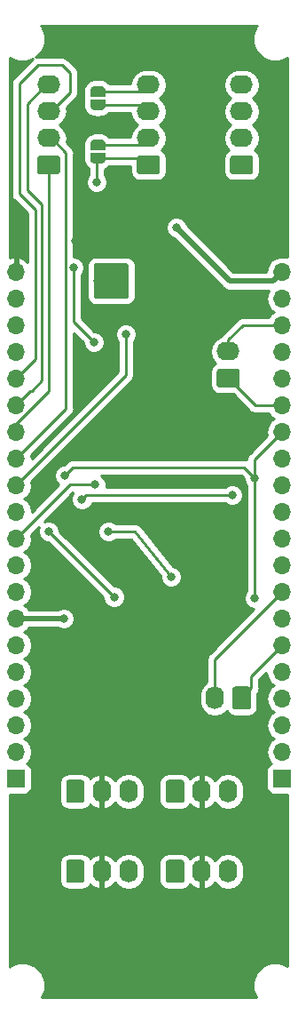
<source format=gbr>
G04 #@! TF.GenerationSoftware,KiCad,Pcbnew,(5.0.1-3-g963ef8bb5)*
G04 #@! TF.CreationDate,2019-03-13T16:51:20+03:00*
G04 #@! TF.ProjectId,sagitta-shield,736167697474612D736869656C642E6B,rev?*
G04 #@! TF.SameCoordinates,Original*
G04 #@! TF.FileFunction,Copper,L2,Bot,Signal*
G04 #@! TF.FilePolarity,Positive*
%FSLAX46Y46*%
G04 Gerber Fmt 4.6, Leading zero omitted, Abs format (unit mm)*
G04 Created by KiCad (PCBNEW (5.0.1-3-g963ef8bb5)) date 2019 March 13, Wednesday 16:51:20*
%MOMM*%
%LPD*%
G01*
G04 APERTURE LIST*
G04 #@! TA.AperFunction,ComponentPad*
%ADD10O,2.200000X1.740000*%
G04 #@! TD*
G04 #@! TA.AperFunction,Conductor*
%ADD11C,0.100000*%
G04 #@! TD*
G04 #@! TA.AperFunction,ComponentPad*
%ADD12C,1.740000*%
G04 #@! TD*
G04 #@! TA.AperFunction,ComponentPad*
%ADD13O,1.740000X2.200000*%
G04 #@! TD*
G04 #@! TA.AperFunction,ComponentPad*
%ADD14O,1.700000X1.700000*%
G04 #@! TD*
G04 #@! TA.AperFunction,ComponentPad*
%ADD15R,1.700000X1.700000*%
G04 #@! TD*
G04 #@! TA.AperFunction,SMDPad,CuDef*
%ADD16C,0.500000*%
G04 #@! TD*
G04 #@! TA.AperFunction,ViaPad*
%ADD17C,0.500000*%
G04 #@! TD*
G04 #@! TA.AperFunction,Conductor*
%ADD18C,3.350000*%
G04 #@! TD*
G04 #@! TA.AperFunction,ViaPad*
%ADD19C,0.800000*%
G04 #@! TD*
G04 #@! TA.AperFunction,Conductor*
%ADD20C,0.500000*%
G04 #@! TD*
G04 #@! TA.AperFunction,Conductor*
%ADD21C,0.250000*%
G04 #@! TD*
G04 #@! TA.AperFunction,Conductor*
%ADD22C,0.254000*%
G04 #@! TD*
G04 APERTURE END LIST*
D10*
G04 #@! TO.P,J1,4*
G04 #@! TO.N,Net-(J1-Pad4)*
X164973000Y-40386000D03*
G04 #@! TO.P,J1,3*
G04 #@! TO.N,Net-(J1-Pad3)*
X164973000Y-42926000D03*
G04 #@! TO.P,J1,2*
G04 #@! TO.N,Net-(J1-Pad2)*
X164973000Y-45466000D03*
D11*
G04 #@! TD*
G04 #@! TO.N,Net-(J1-Pad1)*
G04 #@! TO.C,J1*
G36*
X165847505Y-47137204D02*
X165871773Y-47140804D01*
X165895572Y-47146765D01*
X165918671Y-47155030D01*
X165940850Y-47165520D01*
X165961893Y-47178132D01*
X165981599Y-47192747D01*
X165999777Y-47209223D01*
X166016253Y-47227401D01*
X166030868Y-47247107D01*
X166043480Y-47268150D01*
X166053970Y-47290329D01*
X166062235Y-47313428D01*
X166068196Y-47337227D01*
X166071796Y-47361495D01*
X166073000Y-47385999D01*
X166073000Y-48626001D01*
X166071796Y-48650505D01*
X166068196Y-48674773D01*
X166062235Y-48698572D01*
X166053970Y-48721671D01*
X166043480Y-48743850D01*
X166030868Y-48764893D01*
X166016253Y-48784599D01*
X165999777Y-48802777D01*
X165981599Y-48819253D01*
X165961893Y-48833868D01*
X165940850Y-48846480D01*
X165918671Y-48856970D01*
X165895572Y-48865235D01*
X165871773Y-48871196D01*
X165847505Y-48874796D01*
X165823001Y-48876000D01*
X164122999Y-48876000D01*
X164098495Y-48874796D01*
X164074227Y-48871196D01*
X164050428Y-48865235D01*
X164027329Y-48856970D01*
X164005150Y-48846480D01*
X163984107Y-48833868D01*
X163964401Y-48819253D01*
X163946223Y-48802777D01*
X163929747Y-48784599D01*
X163915132Y-48764893D01*
X163902520Y-48743850D01*
X163892030Y-48721671D01*
X163883765Y-48698572D01*
X163877804Y-48674773D01*
X163874204Y-48650505D01*
X163873000Y-48626001D01*
X163873000Y-47385999D01*
X163874204Y-47361495D01*
X163877804Y-47337227D01*
X163883765Y-47313428D01*
X163892030Y-47290329D01*
X163902520Y-47268150D01*
X163915132Y-47247107D01*
X163929747Y-47227401D01*
X163946223Y-47209223D01*
X163964401Y-47192747D01*
X163984107Y-47178132D01*
X164005150Y-47165520D01*
X164027329Y-47155030D01*
X164050428Y-47146765D01*
X164074227Y-47140804D01*
X164098495Y-47137204D01*
X164122999Y-47136000D01*
X165823001Y-47136000D01*
X165847505Y-47137204D01*
X165847505Y-47137204D01*
G37*
D12*
G04 #@! TO.P,J1,1*
G04 #@! TO.N,Net-(J1-Pad1)*
X164973000Y-48006000D03*
G04 #@! TD*
D11*
G04 #@! TO.N,Net-(J2-Pad1)*
G04 #@! TO.C,J2*
G36*
X156957505Y-47137204D02*
X156981773Y-47140804D01*
X157005572Y-47146765D01*
X157028671Y-47155030D01*
X157050850Y-47165520D01*
X157071893Y-47178132D01*
X157091599Y-47192747D01*
X157109777Y-47209223D01*
X157126253Y-47227401D01*
X157140868Y-47247107D01*
X157153480Y-47268150D01*
X157163970Y-47290329D01*
X157172235Y-47313428D01*
X157178196Y-47337227D01*
X157181796Y-47361495D01*
X157183000Y-47385999D01*
X157183000Y-48626001D01*
X157181796Y-48650505D01*
X157178196Y-48674773D01*
X157172235Y-48698572D01*
X157163970Y-48721671D01*
X157153480Y-48743850D01*
X157140868Y-48764893D01*
X157126253Y-48784599D01*
X157109777Y-48802777D01*
X157091599Y-48819253D01*
X157071893Y-48833868D01*
X157050850Y-48846480D01*
X157028671Y-48856970D01*
X157005572Y-48865235D01*
X156981773Y-48871196D01*
X156957505Y-48874796D01*
X156933001Y-48876000D01*
X155232999Y-48876000D01*
X155208495Y-48874796D01*
X155184227Y-48871196D01*
X155160428Y-48865235D01*
X155137329Y-48856970D01*
X155115150Y-48846480D01*
X155094107Y-48833868D01*
X155074401Y-48819253D01*
X155056223Y-48802777D01*
X155039747Y-48784599D01*
X155025132Y-48764893D01*
X155012520Y-48743850D01*
X155002030Y-48721671D01*
X154993765Y-48698572D01*
X154987804Y-48674773D01*
X154984204Y-48650505D01*
X154983000Y-48626001D01*
X154983000Y-47385999D01*
X154984204Y-47361495D01*
X154987804Y-47337227D01*
X154993765Y-47313428D01*
X155002030Y-47290329D01*
X155012520Y-47268150D01*
X155025132Y-47247107D01*
X155039747Y-47227401D01*
X155056223Y-47209223D01*
X155074401Y-47192747D01*
X155094107Y-47178132D01*
X155115150Y-47165520D01*
X155137329Y-47155030D01*
X155160428Y-47146765D01*
X155184227Y-47140804D01*
X155208495Y-47137204D01*
X155232999Y-47136000D01*
X156933001Y-47136000D01*
X156957505Y-47137204D01*
X156957505Y-47137204D01*
G37*
D12*
G04 #@! TD*
G04 #@! TO.P,J2,1*
G04 #@! TO.N,Net-(J2-Pad1)*
X156083000Y-48006000D03*
D10*
G04 #@! TO.P,J2,2*
G04 #@! TO.N,Net-(C3-Pad1)*
X156083000Y-45466000D03*
G04 #@! TO.P,J2,3*
G04 #@! TO.N,Net-(C3-Pad2)*
X156083000Y-42926000D03*
G04 #@! TO.P,J2,4*
G04 #@! TO.N,Net-(J2-Pad4)*
X156083000Y-40386000D03*
G04 #@! TD*
D11*
G04 #@! TO.N,Net-(C7-Pad2)*
G04 #@! TO.C,J3*
G36*
X147432505Y-47137204D02*
X147456773Y-47140804D01*
X147480572Y-47146765D01*
X147503671Y-47155030D01*
X147525850Y-47165520D01*
X147546893Y-47178132D01*
X147566599Y-47192747D01*
X147584777Y-47209223D01*
X147601253Y-47227401D01*
X147615868Y-47247107D01*
X147628480Y-47268150D01*
X147638970Y-47290329D01*
X147647235Y-47313428D01*
X147653196Y-47337227D01*
X147656796Y-47361495D01*
X147658000Y-47385999D01*
X147658000Y-48626001D01*
X147656796Y-48650505D01*
X147653196Y-48674773D01*
X147647235Y-48698572D01*
X147638970Y-48721671D01*
X147628480Y-48743850D01*
X147615868Y-48764893D01*
X147601253Y-48784599D01*
X147584777Y-48802777D01*
X147566599Y-48819253D01*
X147546893Y-48833868D01*
X147525850Y-48846480D01*
X147503671Y-48856970D01*
X147480572Y-48865235D01*
X147456773Y-48871196D01*
X147432505Y-48874796D01*
X147408001Y-48876000D01*
X145707999Y-48876000D01*
X145683495Y-48874796D01*
X145659227Y-48871196D01*
X145635428Y-48865235D01*
X145612329Y-48856970D01*
X145590150Y-48846480D01*
X145569107Y-48833868D01*
X145549401Y-48819253D01*
X145531223Y-48802777D01*
X145514747Y-48784599D01*
X145500132Y-48764893D01*
X145487520Y-48743850D01*
X145477030Y-48721671D01*
X145468765Y-48698572D01*
X145462804Y-48674773D01*
X145459204Y-48650505D01*
X145458000Y-48626001D01*
X145458000Y-47385999D01*
X145459204Y-47361495D01*
X145462804Y-47337227D01*
X145468765Y-47313428D01*
X145477030Y-47290329D01*
X145487520Y-47268150D01*
X145500132Y-47247107D01*
X145514747Y-47227401D01*
X145531223Y-47209223D01*
X145549401Y-47192747D01*
X145569107Y-47178132D01*
X145590150Y-47165520D01*
X145612329Y-47155030D01*
X145635428Y-47146765D01*
X145659227Y-47140804D01*
X145683495Y-47137204D01*
X145707999Y-47136000D01*
X147408001Y-47136000D01*
X147432505Y-47137204D01*
X147432505Y-47137204D01*
G37*
D12*
G04 #@! TD*
G04 #@! TO.P,J3,1*
G04 #@! TO.N,Net-(C7-Pad2)*
X146558000Y-48006000D03*
D10*
G04 #@! TO.P,J3,2*
G04 #@! TO.N,Net-(C6-Pad2)*
X146558000Y-45466000D03*
G04 #@! TO.P,J3,3*
G04 #@! TO.N,Net-(C5-Pad2)*
X146558000Y-42926000D03*
G04 #@! TO.P,J3,4*
G04 #@! TO.N,Net-(C4-Pad2)*
X146558000Y-40386000D03*
G04 #@! TD*
D11*
G04 #@! TO.N,UART2RX*
G04 #@! TO.C,J4*
G36*
X165617505Y-97707204D02*
X165641773Y-97710804D01*
X165665572Y-97716765D01*
X165688671Y-97725030D01*
X165710850Y-97735520D01*
X165731893Y-97748132D01*
X165751599Y-97762747D01*
X165769777Y-97779223D01*
X165786253Y-97797401D01*
X165800868Y-97817107D01*
X165813480Y-97838150D01*
X165823970Y-97860329D01*
X165832235Y-97883428D01*
X165838196Y-97907227D01*
X165841796Y-97931495D01*
X165843000Y-97955999D01*
X165843000Y-99656001D01*
X165841796Y-99680505D01*
X165838196Y-99704773D01*
X165832235Y-99728572D01*
X165823970Y-99751671D01*
X165813480Y-99773850D01*
X165800868Y-99794893D01*
X165786253Y-99814599D01*
X165769777Y-99832777D01*
X165751599Y-99849253D01*
X165731893Y-99863868D01*
X165710850Y-99876480D01*
X165688671Y-99886970D01*
X165665572Y-99895235D01*
X165641773Y-99901196D01*
X165617505Y-99904796D01*
X165593001Y-99906000D01*
X164352999Y-99906000D01*
X164328495Y-99904796D01*
X164304227Y-99901196D01*
X164280428Y-99895235D01*
X164257329Y-99886970D01*
X164235150Y-99876480D01*
X164214107Y-99863868D01*
X164194401Y-99849253D01*
X164176223Y-99832777D01*
X164159747Y-99814599D01*
X164145132Y-99794893D01*
X164132520Y-99773850D01*
X164122030Y-99751671D01*
X164113765Y-99728572D01*
X164107804Y-99704773D01*
X164104204Y-99680505D01*
X164103000Y-99656001D01*
X164103000Y-97955999D01*
X164104204Y-97931495D01*
X164107804Y-97907227D01*
X164113765Y-97883428D01*
X164122030Y-97860329D01*
X164132520Y-97838150D01*
X164145132Y-97817107D01*
X164159747Y-97797401D01*
X164176223Y-97779223D01*
X164194401Y-97762747D01*
X164214107Y-97748132D01*
X164235150Y-97735520D01*
X164257329Y-97725030D01*
X164280428Y-97716765D01*
X164304227Y-97710804D01*
X164328495Y-97707204D01*
X164352999Y-97706000D01*
X165593001Y-97706000D01*
X165617505Y-97707204D01*
X165617505Y-97707204D01*
G37*
D12*
G04 #@! TD*
G04 #@! TO.P,J4,1*
G04 #@! TO.N,UART2RX*
X164973000Y-98806000D03*
D13*
G04 #@! TO.P,J4,2*
G04 #@! TO.N,UART2TX*
X162433000Y-98806000D03*
G04 #@! TD*
D10*
G04 #@! TO.P,J5,2*
G04 #@! TO.N,SCL*
X163703000Y-65786000D03*
D11*
G04 #@! TD*
G04 #@! TO.N,SDA*
G04 #@! TO.C,J5*
G36*
X164577505Y-67457204D02*
X164601773Y-67460804D01*
X164625572Y-67466765D01*
X164648671Y-67475030D01*
X164670850Y-67485520D01*
X164691893Y-67498132D01*
X164711599Y-67512747D01*
X164729777Y-67529223D01*
X164746253Y-67547401D01*
X164760868Y-67567107D01*
X164773480Y-67588150D01*
X164783970Y-67610329D01*
X164792235Y-67633428D01*
X164798196Y-67657227D01*
X164801796Y-67681495D01*
X164803000Y-67705999D01*
X164803000Y-68946001D01*
X164801796Y-68970505D01*
X164798196Y-68994773D01*
X164792235Y-69018572D01*
X164783970Y-69041671D01*
X164773480Y-69063850D01*
X164760868Y-69084893D01*
X164746253Y-69104599D01*
X164729777Y-69122777D01*
X164711599Y-69139253D01*
X164691893Y-69153868D01*
X164670850Y-69166480D01*
X164648671Y-69176970D01*
X164625572Y-69185235D01*
X164601773Y-69191196D01*
X164577505Y-69194796D01*
X164553001Y-69196000D01*
X162852999Y-69196000D01*
X162828495Y-69194796D01*
X162804227Y-69191196D01*
X162780428Y-69185235D01*
X162757329Y-69176970D01*
X162735150Y-69166480D01*
X162714107Y-69153868D01*
X162694401Y-69139253D01*
X162676223Y-69122777D01*
X162659747Y-69104599D01*
X162645132Y-69084893D01*
X162632520Y-69063850D01*
X162622030Y-69041671D01*
X162613765Y-69018572D01*
X162607804Y-68994773D01*
X162604204Y-68970505D01*
X162603000Y-68946001D01*
X162603000Y-67705999D01*
X162604204Y-67681495D01*
X162607804Y-67657227D01*
X162613765Y-67633428D01*
X162622030Y-67610329D01*
X162632520Y-67588150D01*
X162645132Y-67567107D01*
X162659747Y-67547401D01*
X162676223Y-67529223D01*
X162694401Y-67512747D01*
X162714107Y-67498132D01*
X162735150Y-67485520D01*
X162757329Y-67475030D01*
X162780428Y-67466765D01*
X162804227Y-67460804D01*
X162828495Y-67457204D01*
X162852999Y-67456000D01*
X164553001Y-67456000D01*
X164577505Y-67457204D01*
X164577505Y-67457204D01*
G37*
D12*
G04 #@! TO.P,J5,1*
G04 #@! TO.N,SDA*
X163703000Y-68326000D03*
G04 #@! TD*
D11*
G04 #@! TO.N,+5V*
G04 #@! TO.C,J6*
G36*
X149742505Y-106597204D02*
X149766773Y-106600804D01*
X149790572Y-106606765D01*
X149813671Y-106615030D01*
X149835850Y-106625520D01*
X149856893Y-106638132D01*
X149876599Y-106652747D01*
X149894777Y-106669223D01*
X149911253Y-106687401D01*
X149925868Y-106707107D01*
X149938480Y-106728150D01*
X149948970Y-106750329D01*
X149957235Y-106773428D01*
X149963196Y-106797227D01*
X149966796Y-106821495D01*
X149968000Y-106845999D01*
X149968000Y-108546001D01*
X149966796Y-108570505D01*
X149963196Y-108594773D01*
X149957235Y-108618572D01*
X149948970Y-108641671D01*
X149938480Y-108663850D01*
X149925868Y-108684893D01*
X149911253Y-108704599D01*
X149894777Y-108722777D01*
X149876599Y-108739253D01*
X149856893Y-108753868D01*
X149835850Y-108766480D01*
X149813671Y-108776970D01*
X149790572Y-108785235D01*
X149766773Y-108791196D01*
X149742505Y-108794796D01*
X149718001Y-108796000D01*
X148477999Y-108796000D01*
X148453495Y-108794796D01*
X148429227Y-108791196D01*
X148405428Y-108785235D01*
X148382329Y-108776970D01*
X148360150Y-108766480D01*
X148339107Y-108753868D01*
X148319401Y-108739253D01*
X148301223Y-108722777D01*
X148284747Y-108704599D01*
X148270132Y-108684893D01*
X148257520Y-108663850D01*
X148247030Y-108641671D01*
X148238765Y-108618572D01*
X148232804Y-108594773D01*
X148229204Y-108570505D01*
X148228000Y-108546001D01*
X148228000Y-106845999D01*
X148229204Y-106821495D01*
X148232804Y-106797227D01*
X148238765Y-106773428D01*
X148247030Y-106750329D01*
X148257520Y-106728150D01*
X148270132Y-106707107D01*
X148284747Y-106687401D01*
X148301223Y-106669223D01*
X148319401Y-106652747D01*
X148339107Y-106638132D01*
X148360150Y-106625520D01*
X148382329Y-106615030D01*
X148405428Y-106606765D01*
X148429227Y-106600804D01*
X148453495Y-106597204D01*
X148477999Y-106596000D01*
X149718001Y-106596000D01*
X149742505Y-106597204D01*
X149742505Y-106597204D01*
G37*
D12*
G04 #@! TD*
G04 #@! TO.P,J6,1*
G04 #@! TO.N,+5V*
X149098000Y-107696000D03*
D13*
G04 #@! TO.P,J6,2*
G04 #@! TO.N,+3V3*
X151638000Y-107696000D03*
G04 #@! TO.P,J6,3*
G04 #@! TO.N,GND*
X154178000Y-107696000D03*
G04 #@! TD*
D14*
G04 #@! TO.P,JM1,33*
G04 #@! TO.N,Net-(C6-Pad2)*
X143439071Y-75994093D03*
G04 #@! TO.P,JM1,27*
G04 #@! TO.N,RTD_CS*
X143439071Y-83614093D03*
G04 #@! TO.P,JM1,VCC*
G04 #@! TO.N,+3V3*
X143439071Y-58214093D03*
G04 #@! TO.P,JM1,GND*
G04 #@! TO.N,GND*
X143439071Y-91234093D03*
G04 #@! TO.P,JM1,26*
G04 #@! TO.N,FLASH_CS*
X143439071Y-81074093D03*
G04 #@! TO.P,JM1,34*
G04 #@! TO.N,Net-(C5-Pad2)*
X143439071Y-68374093D03*
G04 #@! TO.P,JM1,14*
G04 #@! TO.N,SCLK*
X143439071Y-86154093D03*
G04 #@! TO.P,JM1,13*
G04 #@! TO.N,MOSI*
X143439071Y-93774093D03*
G04 #@! TO.P,JM1,SVP*
G04 #@! TO.N,Net-(JM1-PadSVP)*
X143439071Y-63294093D03*
G04 #@! TO.P,JM1,25*
G04 #@! TO.N,RTD_DRDY*
X143439071Y-78534093D03*
G04 #@! TO.P,JM1,5V*
G04 #@! TO.N,+5V*
X143439071Y-103934093D03*
G04 #@! TO.P,JM1,SD2*
G04 #@! TO.N,Net-(JM1-PadSD2)*
X143439071Y-96314093D03*
G04 #@! TO.P,JM1,12*
G04 #@! TO.N,MISO*
X143439071Y-88694093D03*
G04 #@! TO.P,JM1,SVN*
G04 #@! TO.N,Net-(JM1-PadSVN)*
X143439071Y-65834093D03*
G04 #@! TO.P,JM1,32*
G04 #@! TO.N,Net-(C7-Pad2)*
X143439071Y-73454093D03*
G04 #@! TO.P,JM1,EN*
G04 #@! TO.N,Net-(JM1-PadEN)*
X143439071Y-60754093D03*
G04 #@! TO.P,JM1,35*
G04 #@! TO.N,Net-(C4-Pad2)*
X143439071Y-70914093D03*
D15*
G04 #@! TO.P,JM1,NC*
G04 #@! TO.N,Net-(JM1-PadNC)*
X143439071Y-106474093D03*
D14*
G04 #@! TO.P,JM1,CMD*
G04 #@! TO.N,Net-(JM1-PadCMD)*
X143439071Y-101394093D03*
G04 #@! TO.P,JM1,SD3*
G04 #@! TO.N,Net-(JM1-PadSD3)*
X143439071Y-98854093D03*
G04 #@! TO.P,JM1,GND*
G04 #@! TO.N,GND*
X168839071Y-58214093D03*
G04 #@! TO.P,JM1,23*
G04 #@! TO.N,EADC_RDY*
X168839071Y-60754093D03*
G04 #@! TO.P,JM1,22*
G04 #@! TO.N,SCL*
X168839071Y-63294093D03*
G04 #@! TO.P,JM1,TX*
G04 #@! TO.N,Net-(JM1-PadTX)*
X168839071Y-65834093D03*
G04 #@! TO.P,JM1,RX*
G04 #@! TO.N,Net-(JM1-PadRX)*
X168839071Y-68374093D03*
G04 #@! TO.P,JM1,21*
G04 #@! TO.N,SDA*
X168839071Y-70914093D03*
G04 #@! TO.P,JM1,GND*
G04 #@! TO.N,GND*
X168839071Y-73454093D03*
G04 #@! TO.P,JM1,19*
G04 #@! TO.N,FLASH_HD*
X168839071Y-75994093D03*
G04 #@! TO.P,JM1,18*
G04 #@! TO.N,FLASH_WP*
X168839071Y-78534093D03*
G04 #@! TO.P,JM1,5*
G04 #@! TO.N,Net-(JM1-Pad5)*
X168839071Y-81074093D03*
G04 #@! TO.P,JM1,17*
G04 #@! TO.N,Net-(JM1-Pad17)*
X168839071Y-83614093D03*
G04 #@! TO.P,JM1,16*
G04 #@! TO.N,Net-(JM1-Pad16)*
X168839071Y-86154093D03*
G04 #@! TO.P,JM1,4*
G04 #@! TO.N,UART2TX*
X168839071Y-88694093D03*
G04 #@! TO.P,JM1,0*
G04 #@! TO.N,Net-(JM1-Pad0)*
X168839071Y-91234093D03*
G04 #@! TO.P,JM1,2*
G04 #@! TO.N,UART2RX*
X168839071Y-93774093D03*
G04 #@! TO.P,JM1,15*
G04 #@! TO.N,Net-(JM1-Pad15)*
X168839071Y-96314093D03*
G04 #@! TO.P,JM1,SD1*
G04 #@! TO.N,Net-(JM1-PadSD1)*
X168839071Y-98854093D03*
G04 #@! TO.P,JM1,SD0*
G04 #@! TO.N,Net-(JM1-PadSD0)*
X168839071Y-101394093D03*
G04 #@! TO.P,JM1,CLK*
G04 #@! TO.N,Net-(JM1-PadCLK)*
X168839071Y-103934093D03*
D15*
G04 #@! TO.P,JM1,NC*
G04 #@! TO.N,Net-(JM1-PadNC)*
X168839071Y-106474093D03*
G04 #@! TD*
D16*
G04 #@! TO.P,JP2,1*
G04 #@! TO.N,Net-(C3-Pad1)*
X151257000Y-46086000D03*
D11*
G04 #@! TD*
G04 #@! TO.N,Net-(C3-Pad1)*
G04 #@! TO.C,JP2*
G36*
X150507000Y-46586000D02*
X150507000Y-46086000D01*
X150507602Y-46086000D01*
X150507602Y-46061466D01*
X150512412Y-46012635D01*
X150521984Y-45964510D01*
X150536228Y-45917555D01*
X150555005Y-45872222D01*
X150578136Y-45828949D01*
X150605396Y-45788150D01*
X150636524Y-45750221D01*
X150671221Y-45715524D01*
X150709150Y-45684396D01*
X150749949Y-45657136D01*
X150793222Y-45634005D01*
X150838555Y-45615228D01*
X150885510Y-45600984D01*
X150933635Y-45591412D01*
X150982466Y-45586602D01*
X151007000Y-45586602D01*
X151007000Y-45586000D01*
X151507000Y-45586000D01*
X151507000Y-45586602D01*
X151531534Y-45586602D01*
X151580365Y-45591412D01*
X151628490Y-45600984D01*
X151675445Y-45615228D01*
X151720778Y-45634005D01*
X151764051Y-45657136D01*
X151804850Y-45684396D01*
X151842779Y-45715524D01*
X151877476Y-45750221D01*
X151908604Y-45788150D01*
X151935864Y-45828949D01*
X151958995Y-45872222D01*
X151977772Y-45917555D01*
X151992016Y-45964510D01*
X152001588Y-46012635D01*
X152006398Y-46061466D01*
X152006398Y-46086000D01*
X152007000Y-46086000D01*
X152007000Y-46586000D01*
X150507000Y-46586000D01*
X150507000Y-46586000D01*
G37*
D16*
G04 #@! TO.P,JP2,2*
G04 #@! TO.N,Net-(J2-Pad1)*
X151257000Y-47386000D03*
D11*
G04 #@! TD*
G04 #@! TO.N,Net-(J2-Pad1)*
G04 #@! TO.C,JP2*
G36*
X152006398Y-47386000D02*
X152006398Y-47410534D01*
X152001588Y-47459365D01*
X151992016Y-47507490D01*
X151977772Y-47554445D01*
X151958995Y-47599778D01*
X151935864Y-47643051D01*
X151908604Y-47683850D01*
X151877476Y-47721779D01*
X151842779Y-47756476D01*
X151804850Y-47787604D01*
X151764051Y-47814864D01*
X151720778Y-47837995D01*
X151675445Y-47856772D01*
X151628490Y-47871016D01*
X151580365Y-47880588D01*
X151531534Y-47885398D01*
X151507000Y-47885398D01*
X151507000Y-47886000D01*
X151007000Y-47886000D01*
X151007000Y-47885398D01*
X150982466Y-47885398D01*
X150933635Y-47880588D01*
X150885510Y-47871016D01*
X150838555Y-47856772D01*
X150793222Y-47837995D01*
X150749949Y-47814864D01*
X150709150Y-47787604D01*
X150671221Y-47756476D01*
X150636524Y-47721779D01*
X150605396Y-47683850D01*
X150578136Y-47643051D01*
X150555005Y-47599778D01*
X150536228Y-47554445D01*
X150521984Y-47507490D01*
X150512412Y-47459365D01*
X150507602Y-47410534D01*
X150507602Y-47386000D01*
X150507000Y-47386000D01*
X150507000Y-46886000D01*
X152007000Y-46886000D01*
X152007000Y-47386000D01*
X152006398Y-47386000D01*
X152006398Y-47386000D01*
G37*
D16*
G04 #@! TO.P,JP3,2*
G04 #@! TO.N,Net-(C3-Pad2)*
X151257000Y-42291000D03*
D11*
G04 #@! TD*
G04 #@! TO.N,Net-(C3-Pad2)*
G04 #@! TO.C,JP3*
G36*
X152006398Y-42291000D02*
X152006398Y-42315534D01*
X152001588Y-42364365D01*
X151992016Y-42412490D01*
X151977772Y-42459445D01*
X151958995Y-42504778D01*
X151935864Y-42548051D01*
X151908604Y-42588850D01*
X151877476Y-42626779D01*
X151842779Y-42661476D01*
X151804850Y-42692604D01*
X151764051Y-42719864D01*
X151720778Y-42742995D01*
X151675445Y-42761772D01*
X151628490Y-42776016D01*
X151580365Y-42785588D01*
X151531534Y-42790398D01*
X151507000Y-42790398D01*
X151507000Y-42791000D01*
X151007000Y-42791000D01*
X151007000Y-42790398D01*
X150982466Y-42790398D01*
X150933635Y-42785588D01*
X150885510Y-42776016D01*
X150838555Y-42761772D01*
X150793222Y-42742995D01*
X150749949Y-42719864D01*
X150709150Y-42692604D01*
X150671221Y-42661476D01*
X150636524Y-42626779D01*
X150605396Y-42588850D01*
X150578136Y-42548051D01*
X150555005Y-42504778D01*
X150536228Y-42459445D01*
X150521984Y-42412490D01*
X150512412Y-42364365D01*
X150507602Y-42315534D01*
X150507602Y-42291000D01*
X150507000Y-42291000D01*
X150507000Y-41791000D01*
X152007000Y-41791000D01*
X152007000Y-42291000D01*
X152006398Y-42291000D01*
X152006398Y-42291000D01*
G37*
D16*
G04 #@! TO.P,JP3,1*
G04 #@! TO.N,Net-(J2-Pad4)*
X151257000Y-40991000D03*
D11*
G04 #@! TD*
G04 #@! TO.N,Net-(J2-Pad4)*
G04 #@! TO.C,JP3*
G36*
X150507000Y-41491000D02*
X150507000Y-40991000D01*
X150507602Y-40991000D01*
X150507602Y-40966466D01*
X150512412Y-40917635D01*
X150521984Y-40869510D01*
X150536228Y-40822555D01*
X150555005Y-40777222D01*
X150578136Y-40733949D01*
X150605396Y-40693150D01*
X150636524Y-40655221D01*
X150671221Y-40620524D01*
X150709150Y-40589396D01*
X150749949Y-40562136D01*
X150793222Y-40539005D01*
X150838555Y-40520228D01*
X150885510Y-40505984D01*
X150933635Y-40496412D01*
X150982466Y-40491602D01*
X151007000Y-40491602D01*
X151007000Y-40491000D01*
X151507000Y-40491000D01*
X151507000Y-40491602D01*
X151531534Y-40491602D01*
X151580365Y-40496412D01*
X151628490Y-40505984D01*
X151675445Y-40520228D01*
X151720778Y-40539005D01*
X151764051Y-40562136D01*
X151804850Y-40589396D01*
X151842779Y-40620524D01*
X151877476Y-40655221D01*
X151908604Y-40693150D01*
X151935864Y-40733949D01*
X151958995Y-40777222D01*
X151977772Y-40822555D01*
X151992016Y-40869510D01*
X152001588Y-40917635D01*
X152006398Y-40966466D01*
X152006398Y-40991000D01*
X152007000Y-40991000D01*
X152007000Y-41491000D01*
X150507000Y-41491000D01*
X150507000Y-41491000D01*
G37*
D13*
G04 #@! TO.P,J7,3*
G04 #@! TO.N,GND*
X163703000Y-107696000D03*
G04 #@! TO.P,J7,2*
G04 #@! TO.N,+3V3*
X161163000Y-107696000D03*
D11*
G04 #@! TD*
G04 #@! TO.N,+5V*
G04 #@! TO.C,J7*
G36*
X159267505Y-106597204D02*
X159291773Y-106600804D01*
X159315572Y-106606765D01*
X159338671Y-106615030D01*
X159360850Y-106625520D01*
X159381893Y-106638132D01*
X159401599Y-106652747D01*
X159419777Y-106669223D01*
X159436253Y-106687401D01*
X159450868Y-106707107D01*
X159463480Y-106728150D01*
X159473970Y-106750329D01*
X159482235Y-106773428D01*
X159488196Y-106797227D01*
X159491796Y-106821495D01*
X159493000Y-106845999D01*
X159493000Y-108546001D01*
X159491796Y-108570505D01*
X159488196Y-108594773D01*
X159482235Y-108618572D01*
X159473970Y-108641671D01*
X159463480Y-108663850D01*
X159450868Y-108684893D01*
X159436253Y-108704599D01*
X159419777Y-108722777D01*
X159401599Y-108739253D01*
X159381893Y-108753868D01*
X159360850Y-108766480D01*
X159338671Y-108776970D01*
X159315572Y-108785235D01*
X159291773Y-108791196D01*
X159267505Y-108794796D01*
X159243001Y-108796000D01*
X158002999Y-108796000D01*
X157978495Y-108794796D01*
X157954227Y-108791196D01*
X157930428Y-108785235D01*
X157907329Y-108776970D01*
X157885150Y-108766480D01*
X157864107Y-108753868D01*
X157844401Y-108739253D01*
X157826223Y-108722777D01*
X157809747Y-108704599D01*
X157795132Y-108684893D01*
X157782520Y-108663850D01*
X157772030Y-108641671D01*
X157763765Y-108618572D01*
X157757804Y-108594773D01*
X157754204Y-108570505D01*
X157753000Y-108546001D01*
X157753000Y-106845999D01*
X157754204Y-106821495D01*
X157757804Y-106797227D01*
X157763765Y-106773428D01*
X157772030Y-106750329D01*
X157782520Y-106728150D01*
X157795132Y-106707107D01*
X157809747Y-106687401D01*
X157826223Y-106669223D01*
X157844401Y-106652747D01*
X157864107Y-106638132D01*
X157885150Y-106625520D01*
X157907329Y-106615030D01*
X157930428Y-106606765D01*
X157954227Y-106600804D01*
X157978495Y-106597204D01*
X158002999Y-106596000D01*
X159243001Y-106596000D01*
X159267505Y-106597204D01*
X159267505Y-106597204D01*
G37*
D12*
G04 #@! TO.P,J7,1*
G04 #@! TO.N,+5V*
X158623000Y-107696000D03*
G04 #@! TD*
D11*
G04 #@! TO.N,+5V*
G04 #@! TO.C,J8*
G36*
X149742505Y-114217204D02*
X149766773Y-114220804D01*
X149790572Y-114226765D01*
X149813671Y-114235030D01*
X149835850Y-114245520D01*
X149856893Y-114258132D01*
X149876599Y-114272747D01*
X149894777Y-114289223D01*
X149911253Y-114307401D01*
X149925868Y-114327107D01*
X149938480Y-114348150D01*
X149948970Y-114370329D01*
X149957235Y-114393428D01*
X149963196Y-114417227D01*
X149966796Y-114441495D01*
X149968000Y-114465999D01*
X149968000Y-116166001D01*
X149966796Y-116190505D01*
X149963196Y-116214773D01*
X149957235Y-116238572D01*
X149948970Y-116261671D01*
X149938480Y-116283850D01*
X149925868Y-116304893D01*
X149911253Y-116324599D01*
X149894777Y-116342777D01*
X149876599Y-116359253D01*
X149856893Y-116373868D01*
X149835850Y-116386480D01*
X149813671Y-116396970D01*
X149790572Y-116405235D01*
X149766773Y-116411196D01*
X149742505Y-116414796D01*
X149718001Y-116416000D01*
X148477999Y-116416000D01*
X148453495Y-116414796D01*
X148429227Y-116411196D01*
X148405428Y-116405235D01*
X148382329Y-116396970D01*
X148360150Y-116386480D01*
X148339107Y-116373868D01*
X148319401Y-116359253D01*
X148301223Y-116342777D01*
X148284747Y-116324599D01*
X148270132Y-116304893D01*
X148257520Y-116283850D01*
X148247030Y-116261671D01*
X148238765Y-116238572D01*
X148232804Y-116214773D01*
X148229204Y-116190505D01*
X148228000Y-116166001D01*
X148228000Y-114465999D01*
X148229204Y-114441495D01*
X148232804Y-114417227D01*
X148238765Y-114393428D01*
X148247030Y-114370329D01*
X148257520Y-114348150D01*
X148270132Y-114327107D01*
X148284747Y-114307401D01*
X148301223Y-114289223D01*
X148319401Y-114272747D01*
X148339107Y-114258132D01*
X148360150Y-114245520D01*
X148382329Y-114235030D01*
X148405428Y-114226765D01*
X148429227Y-114220804D01*
X148453495Y-114217204D01*
X148477999Y-114216000D01*
X149718001Y-114216000D01*
X149742505Y-114217204D01*
X149742505Y-114217204D01*
G37*
D12*
G04 #@! TD*
G04 #@! TO.P,J8,1*
G04 #@! TO.N,+5V*
X149098000Y-115316000D03*
D13*
G04 #@! TO.P,J8,2*
G04 #@! TO.N,+3V3*
X151638000Y-115316000D03*
G04 #@! TO.P,J8,3*
G04 #@! TO.N,GND*
X154178000Y-115316000D03*
G04 #@! TD*
D11*
G04 #@! TO.N,+5V*
G04 #@! TO.C,J9*
G36*
X159267505Y-114217204D02*
X159291773Y-114220804D01*
X159315572Y-114226765D01*
X159338671Y-114235030D01*
X159360850Y-114245520D01*
X159381893Y-114258132D01*
X159401599Y-114272747D01*
X159419777Y-114289223D01*
X159436253Y-114307401D01*
X159450868Y-114327107D01*
X159463480Y-114348150D01*
X159473970Y-114370329D01*
X159482235Y-114393428D01*
X159488196Y-114417227D01*
X159491796Y-114441495D01*
X159493000Y-114465999D01*
X159493000Y-116166001D01*
X159491796Y-116190505D01*
X159488196Y-116214773D01*
X159482235Y-116238572D01*
X159473970Y-116261671D01*
X159463480Y-116283850D01*
X159450868Y-116304893D01*
X159436253Y-116324599D01*
X159419777Y-116342777D01*
X159401599Y-116359253D01*
X159381893Y-116373868D01*
X159360850Y-116386480D01*
X159338671Y-116396970D01*
X159315572Y-116405235D01*
X159291773Y-116411196D01*
X159267505Y-116414796D01*
X159243001Y-116416000D01*
X158002999Y-116416000D01*
X157978495Y-116414796D01*
X157954227Y-116411196D01*
X157930428Y-116405235D01*
X157907329Y-116396970D01*
X157885150Y-116386480D01*
X157864107Y-116373868D01*
X157844401Y-116359253D01*
X157826223Y-116342777D01*
X157809747Y-116324599D01*
X157795132Y-116304893D01*
X157782520Y-116283850D01*
X157772030Y-116261671D01*
X157763765Y-116238572D01*
X157757804Y-116214773D01*
X157754204Y-116190505D01*
X157753000Y-116166001D01*
X157753000Y-114465999D01*
X157754204Y-114441495D01*
X157757804Y-114417227D01*
X157763765Y-114393428D01*
X157772030Y-114370329D01*
X157782520Y-114348150D01*
X157795132Y-114327107D01*
X157809747Y-114307401D01*
X157826223Y-114289223D01*
X157844401Y-114272747D01*
X157864107Y-114258132D01*
X157885150Y-114245520D01*
X157907329Y-114235030D01*
X157930428Y-114226765D01*
X157954227Y-114220804D01*
X157978495Y-114217204D01*
X158002999Y-114216000D01*
X159243001Y-114216000D01*
X159267505Y-114217204D01*
X159267505Y-114217204D01*
G37*
D12*
G04 #@! TD*
G04 #@! TO.P,J9,1*
G04 #@! TO.N,+5V*
X158623000Y-115316000D03*
D13*
G04 #@! TO.P,J9,2*
G04 #@! TO.N,+3V3*
X161163000Y-115316000D03*
G04 #@! TO.P,J9,3*
G04 #@! TO.N,GND*
X163703000Y-115316000D03*
G04 #@! TD*
D17*
G04 #@! TO.N,GND*
G04 #@! TO.C,U2*
X153952000Y-60480000D03*
X152527000Y-60480000D03*
X151102000Y-60480000D03*
X153952000Y-59055000D03*
X152527000Y-59055000D03*
X151102000Y-59055000D03*
X153952000Y-57630000D03*
X152527000Y-57630000D03*
X151102000Y-57630000D03*
D11*
G36*
X153976504Y-57381204D02*
X154000773Y-57384804D01*
X154024571Y-57390765D01*
X154047671Y-57399030D01*
X154069849Y-57409520D01*
X154090893Y-57422133D01*
X154110598Y-57436747D01*
X154128777Y-57453223D01*
X154145253Y-57471402D01*
X154159867Y-57491107D01*
X154172480Y-57512151D01*
X154182970Y-57534329D01*
X154191235Y-57557429D01*
X154197196Y-57581227D01*
X154200796Y-57605496D01*
X154202000Y-57630000D01*
X154202000Y-60480000D01*
X154200796Y-60504504D01*
X154197196Y-60528773D01*
X154191235Y-60552571D01*
X154182970Y-60575671D01*
X154172480Y-60597849D01*
X154159867Y-60618893D01*
X154145253Y-60638598D01*
X154128777Y-60656777D01*
X154110598Y-60673253D01*
X154090893Y-60687867D01*
X154069849Y-60700480D01*
X154047671Y-60710970D01*
X154024571Y-60719235D01*
X154000773Y-60725196D01*
X153976504Y-60728796D01*
X153952000Y-60730000D01*
X151102000Y-60730000D01*
X151077496Y-60728796D01*
X151053227Y-60725196D01*
X151029429Y-60719235D01*
X151006329Y-60710970D01*
X150984151Y-60700480D01*
X150963107Y-60687867D01*
X150943402Y-60673253D01*
X150925223Y-60656777D01*
X150908747Y-60638598D01*
X150894133Y-60618893D01*
X150881520Y-60597849D01*
X150871030Y-60575671D01*
X150862765Y-60552571D01*
X150856804Y-60528773D01*
X150853204Y-60504504D01*
X150852000Y-60480000D01*
X150852000Y-57630000D01*
X150853204Y-57605496D01*
X150856804Y-57581227D01*
X150862765Y-57557429D01*
X150871030Y-57534329D01*
X150881520Y-57512151D01*
X150894133Y-57491107D01*
X150908747Y-57471402D01*
X150925223Y-57453223D01*
X150943402Y-57436747D01*
X150963107Y-57422133D01*
X150984151Y-57409520D01*
X151006329Y-57399030D01*
X151029429Y-57390765D01*
X151053227Y-57384804D01*
X151077496Y-57381204D01*
X151102000Y-57380000D01*
X153952000Y-57380000D01*
X153976504Y-57381204D01*
X153976504Y-57381204D01*
G37*
D18*
X152527000Y-59055000D03*
G04 #@! TD*
D19*
G04 #@! TO.N,GND*
X158750000Y-53975000D03*
X166243000Y-77851000D03*
X148082000Y-77597000D03*
X166243000Y-89281000D03*
X148003093Y-91234093D03*
G04 #@! TO.N,+3V3*
X149098000Y-55245000D03*
X159258000Y-63119000D03*
X160528000Y-75565000D03*
X160528000Y-78151000D03*
G04 #@! TO.N,Net-(J2-Pad1)*
X151130000Y-49657000D03*
G04 #@! TO.N,MISO*
X158242000Y-87249000D03*
X152273000Y-82931000D03*
G04 #@! TO.N,RTD_DRDY*
X153924000Y-64135000D03*
G04 #@! TO.N,MOSI*
X150876000Y-64897000D03*
X148934010Y-57785000D03*
G04 #@! TO.N,SCLK*
X149733000Y-79860164D03*
X164084000Y-79460165D03*
G04 #@! TO.N,FLASH_CS*
X152798000Y-89171000D03*
X146558000Y-82931000D03*
G04 #@! TO.N,RTD_CS*
X151003000Y-78486000D03*
G04 #@! TD*
D20*
G04 #@! TO.N,GND*
X167989072Y-59064092D02*
X163839092Y-59064092D01*
X168839071Y-58214093D02*
X167989072Y-59064092D01*
X163839092Y-59064092D02*
X158750000Y-53975000D01*
D21*
X158750000Y-53975000D02*
X158750000Y-53975000D01*
X166243000Y-76050164D02*
X166243000Y-77851000D01*
X168839071Y-73454093D02*
X166243000Y-76050164D01*
X165227000Y-76835000D02*
X148844000Y-76835000D01*
X166243000Y-77851000D02*
X165227000Y-76835000D01*
X148844000Y-76835000D02*
X148082000Y-77597000D01*
X148082000Y-77597000D02*
X148082000Y-77597000D01*
X166243000Y-77851000D02*
X166243000Y-89281000D01*
X166243000Y-89281000D02*
X166243000Y-89408000D01*
D20*
X143439071Y-91234093D02*
X148003093Y-91234093D01*
D21*
X148003093Y-91234093D02*
X148003093Y-91234093D01*
G04 #@! TO.N,Net-(C3-Pad1)*
X155463000Y-46086000D02*
X156083000Y-45466000D01*
X151257000Y-46086000D02*
X155463000Y-46086000D01*
G04 #@! TO.N,Net-(C3-Pad2)*
X155448000Y-42291000D02*
X156083000Y-42926000D01*
X151257000Y-42291000D02*
X155448000Y-42291000D01*
G04 #@! TO.N,Net-(C4-Pad2)*
X146328000Y-40386000D02*
X146558000Y-40386000D01*
X144526000Y-42188000D02*
X146328000Y-40386000D01*
X145923000Y-51816000D02*
X144526000Y-50419000D01*
X144929836Y-69573164D02*
X145923000Y-68580000D01*
X145923000Y-68580000D02*
X145923000Y-51816000D01*
X144526000Y-50419000D02*
X144526000Y-42188000D01*
X144780000Y-69573164D02*
X144929836Y-69573164D01*
X143439071Y-70914093D02*
X144780000Y-69573164D01*
G04 #@! TO.N,Net-(C5-Pad2)*
X146788000Y-42926000D02*
X146558000Y-42926000D01*
X148590000Y-41124000D02*
X146788000Y-42926000D01*
X148590000Y-39243000D02*
X148590000Y-41124000D01*
X145542000Y-38481000D02*
X147828000Y-38481000D01*
X143764000Y-40259000D02*
X145542000Y-38481000D01*
X143764000Y-50800000D02*
X143764000Y-40259000D01*
X147828000Y-38481000D02*
X148590000Y-39243000D01*
X143439071Y-68374093D02*
X145288000Y-66525164D01*
X145288000Y-52324000D02*
X143764000Y-50800000D01*
X145288000Y-66525164D02*
X145288000Y-52324000D01*
G04 #@! TO.N,Net-(C6-Pad2)*
X148209000Y-46887000D02*
X146788000Y-45466000D01*
X148209000Y-71224164D02*
X148209000Y-46887000D01*
X143439071Y-75994093D02*
X148209000Y-71224164D01*
X146788000Y-45466000D02*
X146558000Y-45466000D01*
G04 #@! TO.N,Net-(C7-Pad2)*
X146558000Y-69534166D02*
X146558000Y-48976000D01*
X146558000Y-48976000D02*
X146558000Y-48006000D01*
X143439071Y-72653095D02*
X146558000Y-69534166D01*
X143439071Y-73454093D02*
X143439071Y-72653095D01*
G04 #@! TO.N,Net-(J2-Pad1)*
X155463000Y-47386000D02*
X156083000Y-48006000D01*
X151257000Y-47386000D02*
X155463000Y-47386000D01*
X151130000Y-47513000D02*
X151257000Y-47386000D01*
X151130000Y-49657000D02*
X151130000Y-47513000D01*
G04 #@! TO.N,Net-(J2-Pad4)*
X155478000Y-40991000D02*
X156083000Y-40386000D01*
X151257000Y-40991000D02*
X155478000Y-40991000D01*
G04 #@! TO.N,UART2RX*
X168790978Y-93726000D02*
X168839071Y-93774093D01*
X165912773Y-96700391D02*
X167989072Y-94624092D01*
X165912773Y-97866227D02*
X165912773Y-96700391D01*
X167989072Y-94624092D02*
X168839071Y-93774093D01*
X164973000Y-98806000D02*
X165912773Y-97866227D01*
G04 #@! TO.N,UART2TX*
X162433000Y-95100164D02*
X168839071Y-88694093D01*
X162433000Y-98806000D02*
X162433000Y-95100164D01*
G04 #@! TO.N,SCL*
X163703000Y-64666000D02*
X163703000Y-65786000D01*
X165074907Y-63294093D02*
X163703000Y-64666000D01*
X168839071Y-63294093D02*
X165074907Y-63294093D01*
G04 #@! TO.N,SDA*
X166291093Y-70914093D02*
X168839071Y-70914093D01*
X163703000Y-68326000D02*
X166291093Y-70914093D01*
G04 #@! TO.N,MISO*
X158242000Y-87249000D02*
X158242000Y-87249000D01*
X154813000Y-82931000D02*
X158242000Y-87249000D01*
X152273000Y-82931000D02*
X154813000Y-82931000D01*
G04 #@! TO.N,RTD_DRDY*
X143439071Y-78534093D02*
X153924000Y-68049164D01*
X153924000Y-68049164D02*
X153924000Y-64135000D01*
X153924000Y-64135000D02*
X153924000Y-64135000D01*
G04 #@! TO.N,MOSI*
X148934010Y-58350685D02*
X148934010Y-57785000D01*
X150876000Y-64897000D02*
X148934010Y-62955010D01*
X148934010Y-62955010D02*
X148934010Y-58350685D01*
G04 #@! TO.N,SCLK*
X150132999Y-79460165D02*
X164084000Y-79460165D01*
X149733000Y-79860164D02*
X150132999Y-79460165D01*
X164084000Y-79460165D02*
X164169165Y-79460165D01*
G04 #@! TO.N,FLASH_CS*
X152798000Y-89171000D02*
X146558000Y-82931000D01*
G04 #@! TO.N,RTD_CS*
X148567164Y-78486000D02*
X143439071Y-83614093D01*
X151003000Y-78486000D02*
X148567164Y-78486000D01*
G04 #@! TD*
D22*
G04 #@! TO.N,+3V3*
G36*
X165208000Y-77890802D02*
X165208000Y-78056874D01*
X165365569Y-78437280D01*
X165483000Y-78554711D01*
X165483001Y-88577288D01*
X165365569Y-88694720D01*
X165208000Y-89075126D01*
X165208000Y-89486874D01*
X165365569Y-89867280D01*
X165656720Y-90158431D01*
X166037126Y-90316000D01*
X166142362Y-90316000D01*
X161948528Y-94509835D01*
X161885072Y-94552235D01*
X161842672Y-94615691D01*
X161842671Y-94615692D01*
X161717097Y-94803627D01*
X161658112Y-95100164D01*
X161673001Y-95175016D01*
X161673000Y-97273769D01*
X161347956Y-97490956D01*
X161015322Y-97988778D01*
X160928000Y-98427774D01*
X160928000Y-99184225D01*
X161015322Y-99623221D01*
X161347956Y-100121044D01*
X161845778Y-100453678D01*
X162433000Y-100570484D01*
X163020221Y-100453678D01*
X163518044Y-100121044D01*
X163561587Y-100055878D01*
X163718414Y-100290586D01*
X164009564Y-100485127D01*
X164352999Y-100553440D01*
X165593001Y-100553440D01*
X165936436Y-100485127D01*
X166227586Y-100290586D01*
X166422127Y-99999436D01*
X166490440Y-99656001D01*
X166490440Y-98369650D01*
X166522594Y-98321528D01*
X166628677Y-98162765D01*
X166638253Y-98114622D01*
X166672773Y-97941079D01*
X166672773Y-97941075D01*
X166687661Y-97866227D01*
X166672773Y-97791379D01*
X166672773Y-97015192D01*
X167333091Y-96354875D01*
X167440232Y-96893511D01*
X167768446Y-97384718D01*
X168066832Y-97584093D01*
X167768446Y-97783468D01*
X167440232Y-98274675D01*
X167324979Y-98854093D01*
X167440232Y-99433511D01*
X167768446Y-99924718D01*
X168066832Y-100124093D01*
X167768446Y-100323468D01*
X167440232Y-100814675D01*
X167324979Y-101394093D01*
X167440232Y-101973511D01*
X167768446Y-102464718D01*
X168066832Y-102664093D01*
X167768446Y-102863468D01*
X167440232Y-103354675D01*
X167324979Y-103934093D01*
X167440232Y-104513511D01*
X167768446Y-105004718D01*
X167786690Y-105016909D01*
X167741306Y-105025936D01*
X167531262Y-105166284D01*
X167390914Y-105376328D01*
X167341631Y-105624093D01*
X167341631Y-107324093D01*
X167390914Y-107571858D01*
X167531262Y-107781902D01*
X167741306Y-107922250D01*
X167989071Y-107971533D01*
X169343000Y-107971533D01*
X169343000Y-124324368D01*
X168622679Y-124026001D01*
X167773323Y-124026001D01*
X166988621Y-124351035D01*
X166388035Y-124951621D01*
X166063001Y-125736323D01*
X166063001Y-126585679D01*
X166361368Y-127306000D01*
X145904634Y-127306000D01*
X146203001Y-126585679D01*
X146203001Y-125736323D01*
X145877967Y-124951621D01*
X145277381Y-124351035D01*
X144492679Y-124026001D01*
X143643323Y-124026001D01*
X142858621Y-124351035D01*
X142823000Y-124386656D01*
X142823000Y-114465999D01*
X147580560Y-114465999D01*
X147580560Y-116166001D01*
X147648873Y-116509436D01*
X147843414Y-116800586D01*
X148134564Y-116995127D01*
X148477999Y-117063440D01*
X149718001Y-117063440D01*
X150061436Y-116995127D01*
X150352586Y-116800586D01*
X150529737Y-116535462D01*
X150667509Y-116706533D01*
X151185500Y-116989584D01*
X151277969Y-117007302D01*
X151511000Y-116886246D01*
X151511000Y-115443000D01*
X151491000Y-115443000D01*
X151491000Y-115189000D01*
X151511000Y-115189000D01*
X151511000Y-113745754D01*
X151765000Y-113745754D01*
X151765000Y-115189000D01*
X151785000Y-115189000D01*
X151785000Y-115443000D01*
X151765000Y-115443000D01*
X151765000Y-116886246D01*
X151998031Y-117007302D01*
X152090500Y-116989584D01*
X152608491Y-116706533D01*
X152900840Y-116343523D01*
X153092956Y-116631044D01*
X153590779Y-116963678D01*
X154178000Y-117080484D01*
X154765222Y-116963678D01*
X155263044Y-116631044D01*
X155595678Y-116133221D01*
X155683000Y-115694225D01*
X155683000Y-114937774D01*
X155595678Y-114498778D01*
X155573776Y-114465999D01*
X157105560Y-114465999D01*
X157105560Y-116166001D01*
X157173873Y-116509436D01*
X157368414Y-116800586D01*
X157659564Y-116995127D01*
X158002999Y-117063440D01*
X159243001Y-117063440D01*
X159586436Y-116995127D01*
X159877586Y-116800586D01*
X160054737Y-116535462D01*
X160192509Y-116706533D01*
X160710500Y-116989584D01*
X160802969Y-117007302D01*
X161036000Y-116886246D01*
X161036000Y-115443000D01*
X161016000Y-115443000D01*
X161016000Y-115189000D01*
X161036000Y-115189000D01*
X161036000Y-113745754D01*
X161290000Y-113745754D01*
X161290000Y-115189000D01*
X161310000Y-115189000D01*
X161310000Y-115443000D01*
X161290000Y-115443000D01*
X161290000Y-116886246D01*
X161523031Y-117007302D01*
X161615500Y-116989584D01*
X162133491Y-116706533D01*
X162425840Y-116343523D01*
X162617956Y-116631044D01*
X163115779Y-116963678D01*
X163703000Y-117080484D01*
X164290222Y-116963678D01*
X164788044Y-116631044D01*
X165120678Y-116133221D01*
X165208000Y-115694225D01*
X165208000Y-114937774D01*
X165120678Y-114498778D01*
X164788044Y-114000956D01*
X164290221Y-113668322D01*
X163703000Y-113551516D01*
X163115778Y-113668322D01*
X162617956Y-114000956D01*
X162425841Y-114288478D01*
X162133491Y-113925467D01*
X161615500Y-113642416D01*
X161523031Y-113624698D01*
X161290000Y-113745754D01*
X161036000Y-113745754D01*
X160802969Y-113624698D01*
X160710500Y-113642416D01*
X160192509Y-113925467D01*
X160054737Y-114096538D01*
X159877586Y-113831414D01*
X159586436Y-113636873D01*
X159243001Y-113568560D01*
X158002999Y-113568560D01*
X157659564Y-113636873D01*
X157368414Y-113831414D01*
X157173873Y-114122564D01*
X157105560Y-114465999D01*
X155573776Y-114465999D01*
X155263044Y-114000956D01*
X154765221Y-113668322D01*
X154178000Y-113551516D01*
X153590778Y-113668322D01*
X153092956Y-114000956D01*
X152900841Y-114288478D01*
X152608491Y-113925467D01*
X152090500Y-113642416D01*
X151998031Y-113624698D01*
X151765000Y-113745754D01*
X151511000Y-113745754D01*
X151277969Y-113624698D01*
X151185500Y-113642416D01*
X150667509Y-113925467D01*
X150529737Y-114096538D01*
X150352586Y-113831414D01*
X150061436Y-113636873D01*
X149718001Y-113568560D01*
X148477999Y-113568560D01*
X148134564Y-113636873D01*
X147843414Y-113831414D01*
X147648873Y-114122564D01*
X147580560Y-114465999D01*
X142823000Y-114465999D01*
X142823000Y-107971533D01*
X144289071Y-107971533D01*
X144536836Y-107922250D01*
X144746880Y-107781902D01*
X144887228Y-107571858D01*
X144936511Y-107324093D01*
X144936511Y-106845999D01*
X147580560Y-106845999D01*
X147580560Y-108546001D01*
X147648873Y-108889436D01*
X147843414Y-109180586D01*
X148134564Y-109375127D01*
X148477999Y-109443440D01*
X149718001Y-109443440D01*
X150061436Y-109375127D01*
X150352586Y-109180586D01*
X150529737Y-108915462D01*
X150667509Y-109086533D01*
X151185500Y-109369584D01*
X151277969Y-109387302D01*
X151511000Y-109266246D01*
X151511000Y-107823000D01*
X151491000Y-107823000D01*
X151491000Y-107569000D01*
X151511000Y-107569000D01*
X151511000Y-106125754D01*
X151765000Y-106125754D01*
X151765000Y-107569000D01*
X151785000Y-107569000D01*
X151785000Y-107823000D01*
X151765000Y-107823000D01*
X151765000Y-109266246D01*
X151998031Y-109387302D01*
X152090500Y-109369584D01*
X152608491Y-109086533D01*
X152900840Y-108723523D01*
X153092956Y-109011044D01*
X153590779Y-109343678D01*
X154178000Y-109460484D01*
X154765222Y-109343678D01*
X155263044Y-109011044D01*
X155595678Y-108513221D01*
X155683000Y-108074225D01*
X155683000Y-107317774D01*
X155595678Y-106878778D01*
X155573776Y-106845999D01*
X157105560Y-106845999D01*
X157105560Y-108546001D01*
X157173873Y-108889436D01*
X157368414Y-109180586D01*
X157659564Y-109375127D01*
X158002999Y-109443440D01*
X159243001Y-109443440D01*
X159586436Y-109375127D01*
X159877586Y-109180586D01*
X160054737Y-108915462D01*
X160192509Y-109086533D01*
X160710500Y-109369584D01*
X160802969Y-109387302D01*
X161036000Y-109266246D01*
X161036000Y-107823000D01*
X161016000Y-107823000D01*
X161016000Y-107569000D01*
X161036000Y-107569000D01*
X161036000Y-106125754D01*
X161290000Y-106125754D01*
X161290000Y-107569000D01*
X161310000Y-107569000D01*
X161310000Y-107823000D01*
X161290000Y-107823000D01*
X161290000Y-109266246D01*
X161523031Y-109387302D01*
X161615500Y-109369584D01*
X162133491Y-109086533D01*
X162425840Y-108723523D01*
X162617956Y-109011044D01*
X163115779Y-109343678D01*
X163703000Y-109460484D01*
X164290222Y-109343678D01*
X164788044Y-109011044D01*
X165120678Y-108513221D01*
X165208000Y-108074225D01*
X165208000Y-107317774D01*
X165120678Y-106878778D01*
X164788044Y-106380956D01*
X164290221Y-106048322D01*
X163703000Y-105931516D01*
X163115778Y-106048322D01*
X162617956Y-106380956D01*
X162425841Y-106668478D01*
X162133491Y-106305467D01*
X161615500Y-106022416D01*
X161523031Y-106004698D01*
X161290000Y-106125754D01*
X161036000Y-106125754D01*
X160802969Y-106004698D01*
X160710500Y-106022416D01*
X160192509Y-106305467D01*
X160054737Y-106476538D01*
X159877586Y-106211414D01*
X159586436Y-106016873D01*
X159243001Y-105948560D01*
X158002999Y-105948560D01*
X157659564Y-106016873D01*
X157368414Y-106211414D01*
X157173873Y-106502564D01*
X157105560Y-106845999D01*
X155573776Y-106845999D01*
X155263044Y-106380956D01*
X154765221Y-106048322D01*
X154178000Y-105931516D01*
X153590778Y-106048322D01*
X153092956Y-106380956D01*
X152900841Y-106668478D01*
X152608491Y-106305467D01*
X152090500Y-106022416D01*
X151998031Y-106004698D01*
X151765000Y-106125754D01*
X151511000Y-106125754D01*
X151277969Y-106004698D01*
X151185500Y-106022416D01*
X150667509Y-106305467D01*
X150529737Y-106476538D01*
X150352586Y-106211414D01*
X150061436Y-106016873D01*
X149718001Y-105948560D01*
X148477999Y-105948560D01*
X148134564Y-106016873D01*
X147843414Y-106211414D01*
X147648873Y-106502564D01*
X147580560Y-106845999D01*
X144936511Y-106845999D01*
X144936511Y-105624093D01*
X144887228Y-105376328D01*
X144746880Y-105166284D01*
X144536836Y-105025936D01*
X144491452Y-105016909D01*
X144509696Y-105004718D01*
X144837910Y-104513511D01*
X144953163Y-103934093D01*
X144837910Y-103354675D01*
X144509696Y-102863468D01*
X144211310Y-102664093D01*
X144509696Y-102464718D01*
X144837910Y-101973511D01*
X144953163Y-101394093D01*
X144837910Y-100814675D01*
X144509696Y-100323468D01*
X144211310Y-100124093D01*
X144509696Y-99924718D01*
X144837910Y-99433511D01*
X144953163Y-98854093D01*
X144837910Y-98274675D01*
X144509696Y-97783468D01*
X144211310Y-97584093D01*
X144509696Y-97384718D01*
X144837910Y-96893511D01*
X144953163Y-96314093D01*
X144837910Y-95734675D01*
X144509696Y-95243468D01*
X144211310Y-95044093D01*
X144509696Y-94844718D01*
X144837910Y-94353511D01*
X144953163Y-93774093D01*
X144837910Y-93194675D01*
X144509696Y-92703468D01*
X144211310Y-92504093D01*
X144509696Y-92304718D01*
X144633727Y-92119093D01*
X147435086Y-92119093D01*
X147797219Y-92269093D01*
X148208967Y-92269093D01*
X148589373Y-92111524D01*
X148880524Y-91820373D01*
X149038093Y-91439967D01*
X149038093Y-91028219D01*
X148880524Y-90647813D01*
X148589373Y-90356662D01*
X148208967Y-90199093D01*
X147797219Y-90199093D01*
X147435086Y-90349093D01*
X144633727Y-90349093D01*
X144509696Y-90163468D01*
X144211310Y-89964093D01*
X144509696Y-89764718D01*
X144837910Y-89273511D01*
X144953163Y-88694093D01*
X144837910Y-88114675D01*
X144509696Y-87623468D01*
X144211310Y-87424093D01*
X144509696Y-87224718D01*
X144837910Y-86733511D01*
X144953163Y-86154093D01*
X144837910Y-85574675D01*
X144509696Y-85083468D01*
X144211310Y-84884093D01*
X144509696Y-84684718D01*
X144837910Y-84193511D01*
X144953163Y-83614093D01*
X144880280Y-83247685D01*
X145607966Y-82519999D01*
X145523000Y-82725126D01*
X145523000Y-83136874D01*
X145680569Y-83517280D01*
X145971720Y-83808431D01*
X146352126Y-83966000D01*
X146518199Y-83966000D01*
X151763000Y-89210802D01*
X151763000Y-89376874D01*
X151920569Y-89757280D01*
X152211720Y-90048431D01*
X152592126Y-90206000D01*
X153003874Y-90206000D01*
X153384280Y-90048431D01*
X153675431Y-89757280D01*
X153833000Y-89376874D01*
X153833000Y-88965126D01*
X153675431Y-88584720D01*
X153384280Y-88293569D01*
X153003874Y-88136000D01*
X152837802Y-88136000D01*
X147593000Y-82891199D01*
X147593000Y-82725126D01*
X151238000Y-82725126D01*
X151238000Y-83136874D01*
X151395569Y-83517280D01*
X151686720Y-83808431D01*
X152067126Y-83966000D01*
X152478874Y-83966000D01*
X152859280Y-83808431D01*
X152976711Y-83691000D01*
X154446041Y-83691000D01*
X157207000Y-87167763D01*
X157207000Y-87454874D01*
X157364569Y-87835280D01*
X157655720Y-88126431D01*
X158036126Y-88284000D01*
X158447874Y-88284000D01*
X158828280Y-88126431D01*
X159119431Y-87835280D01*
X159277000Y-87454874D01*
X159277000Y-87043126D01*
X159119431Y-86662720D01*
X158828280Y-86371569D01*
X158447874Y-86214000D01*
X158390576Y-86214000D01*
X155427575Y-82482814D01*
X155360929Y-82383071D01*
X155271370Y-82323230D01*
X155189221Y-82253571D01*
X155146684Y-82239917D01*
X155109537Y-82215096D01*
X155003891Y-82194082D01*
X154901341Y-82161164D01*
X154781797Y-82171000D01*
X152976711Y-82171000D01*
X152859280Y-82053569D01*
X152478874Y-81896000D01*
X152067126Y-81896000D01*
X151686720Y-82053569D01*
X151395569Y-82344720D01*
X151238000Y-82725126D01*
X147593000Y-82725126D01*
X147435431Y-82344720D01*
X147144280Y-82053569D01*
X146763874Y-81896000D01*
X146352126Y-81896000D01*
X146146999Y-81980966D01*
X148881966Y-79246000D01*
X148883453Y-79246000D01*
X148855569Y-79273884D01*
X148698000Y-79654290D01*
X148698000Y-80066038D01*
X148855569Y-80446444D01*
X149146720Y-80737595D01*
X149527126Y-80895164D01*
X149938874Y-80895164D01*
X150319280Y-80737595D01*
X150610431Y-80446444D01*
X150704159Y-80220165D01*
X163380289Y-80220165D01*
X163497720Y-80337596D01*
X163878126Y-80495165D01*
X164289874Y-80495165D01*
X164670280Y-80337596D01*
X164961431Y-80046445D01*
X165119000Y-79666039D01*
X165119000Y-79254291D01*
X164961431Y-78873885D01*
X164670280Y-78582734D01*
X164289874Y-78425165D01*
X163878126Y-78425165D01*
X163497720Y-78582734D01*
X163380289Y-78700165D01*
X152034566Y-78700165D01*
X152038000Y-78691874D01*
X152038000Y-78280126D01*
X151880431Y-77899720D01*
X151589280Y-77608569D01*
X151556521Y-77595000D01*
X164912199Y-77595000D01*
X165208000Y-77890802D01*
X165208000Y-77890802D01*
G37*
X165208000Y-77890802D02*
X165208000Y-78056874D01*
X165365569Y-78437280D01*
X165483000Y-78554711D01*
X165483001Y-88577288D01*
X165365569Y-88694720D01*
X165208000Y-89075126D01*
X165208000Y-89486874D01*
X165365569Y-89867280D01*
X165656720Y-90158431D01*
X166037126Y-90316000D01*
X166142362Y-90316000D01*
X161948528Y-94509835D01*
X161885072Y-94552235D01*
X161842672Y-94615691D01*
X161842671Y-94615692D01*
X161717097Y-94803627D01*
X161658112Y-95100164D01*
X161673001Y-95175016D01*
X161673000Y-97273769D01*
X161347956Y-97490956D01*
X161015322Y-97988778D01*
X160928000Y-98427774D01*
X160928000Y-99184225D01*
X161015322Y-99623221D01*
X161347956Y-100121044D01*
X161845778Y-100453678D01*
X162433000Y-100570484D01*
X163020221Y-100453678D01*
X163518044Y-100121044D01*
X163561587Y-100055878D01*
X163718414Y-100290586D01*
X164009564Y-100485127D01*
X164352999Y-100553440D01*
X165593001Y-100553440D01*
X165936436Y-100485127D01*
X166227586Y-100290586D01*
X166422127Y-99999436D01*
X166490440Y-99656001D01*
X166490440Y-98369650D01*
X166522594Y-98321528D01*
X166628677Y-98162765D01*
X166638253Y-98114622D01*
X166672773Y-97941079D01*
X166672773Y-97941075D01*
X166687661Y-97866227D01*
X166672773Y-97791379D01*
X166672773Y-97015192D01*
X167333091Y-96354875D01*
X167440232Y-96893511D01*
X167768446Y-97384718D01*
X168066832Y-97584093D01*
X167768446Y-97783468D01*
X167440232Y-98274675D01*
X167324979Y-98854093D01*
X167440232Y-99433511D01*
X167768446Y-99924718D01*
X168066832Y-100124093D01*
X167768446Y-100323468D01*
X167440232Y-100814675D01*
X167324979Y-101394093D01*
X167440232Y-101973511D01*
X167768446Y-102464718D01*
X168066832Y-102664093D01*
X167768446Y-102863468D01*
X167440232Y-103354675D01*
X167324979Y-103934093D01*
X167440232Y-104513511D01*
X167768446Y-105004718D01*
X167786690Y-105016909D01*
X167741306Y-105025936D01*
X167531262Y-105166284D01*
X167390914Y-105376328D01*
X167341631Y-105624093D01*
X167341631Y-107324093D01*
X167390914Y-107571858D01*
X167531262Y-107781902D01*
X167741306Y-107922250D01*
X167989071Y-107971533D01*
X169343000Y-107971533D01*
X169343000Y-124324368D01*
X168622679Y-124026001D01*
X167773323Y-124026001D01*
X166988621Y-124351035D01*
X166388035Y-124951621D01*
X166063001Y-125736323D01*
X166063001Y-126585679D01*
X166361368Y-127306000D01*
X145904634Y-127306000D01*
X146203001Y-126585679D01*
X146203001Y-125736323D01*
X145877967Y-124951621D01*
X145277381Y-124351035D01*
X144492679Y-124026001D01*
X143643323Y-124026001D01*
X142858621Y-124351035D01*
X142823000Y-124386656D01*
X142823000Y-114465999D01*
X147580560Y-114465999D01*
X147580560Y-116166001D01*
X147648873Y-116509436D01*
X147843414Y-116800586D01*
X148134564Y-116995127D01*
X148477999Y-117063440D01*
X149718001Y-117063440D01*
X150061436Y-116995127D01*
X150352586Y-116800586D01*
X150529737Y-116535462D01*
X150667509Y-116706533D01*
X151185500Y-116989584D01*
X151277969Y-117007302D01*
X151511000Y-116886246D01*
X151511000Y-115443000D01*
X151491000Y-115443000D01*
X151491000Y-115189000D01*
X151511000Y-115189000D01*
X151511000Y-113745754D01*
X151765000Y-113745754D01*
X151765000Y-115189000D01*
X151785000Y-115189000D01*
X151785000Y-115443000D01*
X151765000Y-115443000D01*
X151765000Y-116886246D01*
X151998031Y-117007302D01*
X152090500Y-116989584D01*
X152608491Y-116706533D01*
X152900840Y-116343523D01*
X153092956Y-116631044D01*
X153590779Y-116963678D01*
X154178000Y-117080484D01*
X154765222Y-116963678D01*
X155263044Y-116631044D01*
X155595678Y-116133221D01*
X155683000Y-115694225D01*
X155683000Y-114937774D01*
X155595678Y-114498778D01*
X155573776Y-114465999D01*
X157105560Y-114465999D01*
X157105560Y-116166001D01*
X157173873Y-116509436D01*
X157368414Y-116800586D01*
X157659564Y-116995127D01*
X158002999Y-117063440D01*
X159243001Y-117063440D01*
X159586436Y-116995127D01*
X159877586Y-116800586D01*
X160054737Y-116535462D01*
X160192509Y-116706533D01*
X160710500Y-116989584D01*
X160802969Y-117007302D01*
X161036000Y-116886246D01*
X161036000Y-115443000D01*
X161016000Y-115443000D01*
X161016000Y-115189000D01*
X161036000Y-115189000D01*
X161036000Y-113745754D01*
X161290000Y-113745754D01*
X161290000Y-115189000D01*
X161310000Y-115189000D01*
X161310000Y-115443000D01*
X161290000Y-115443000D01*
X161290000Y-116886246D01*
X161523031Y-117007302D01*
X161615500Y-116989584D01*
X162133491Y-116706533D01*
X162425840Y-116343523D01*
X162617956Y-116631044D01*
X163115779Y-116963678D01*
X163703000Y-117080484D01*
X164290222Y-116963678D01*
X164788044Y-116631044D01*
X165120678Y-116133221D01*
X165208000Y-115694225D01*
X165208000Y-114937774D01*
X165120678Y-114498778D01*
X164788044Y-114000956D01*
X164290221Y-113668322D01*
X163703000Y-113551516D01*
X163115778Y-113668322D01*
X162617956Y-114000956D01*
X162425841Y-114288478D01*
X162133491Y-113925467D01*
X161615500Y-113642416D01*
X161523031Y-113624698D01*
X161290000Y-113745754D01*
X161036000Y-113745754D01*
X160802969Y-113624698D01*
X160710500Y-113642416D01*
X160192509Y-113925467D01*
X160054737Y-114096538D01*
X159877586Y-113831414D01*
X159586436Y-113636873D01*
X159243001Y-113568560D01*
X158002999Y-113568560D01*
X157659564Y-113636873D01*
X157368414Y-113831414D01*
X157173873Y-114122564D01*
X157105560Y-114465999D01*
X155573776Y-114465999D01*
X155263044Y-114000956D01*
X154765221Y-113668322D01*
X154178000Y-113551516D01*
X153590778Y-113668322D01*
X153092956Y-114000956D01*
X152900841Y-114288478D01*
X152608491Y-113925467D01*
X152090500Y-113642416D01*
X151998031Y-113624698D01*
X151765000Y-113745754D01*
X151511000Y-113745754D01*
X151277969Y-113624698D01*
X151185500Y-113642416D01*
X150667509Y-113925467D01*
X150529737Y-114096538D01*
X150352586Y-113831414D01*
X150061436Y-113636873D01*
X149718001Y-113568560D01*
X148477999Y-113568560D01*
X148134564Y-113636873D01*
X147843414Y-113831414D01*
X147648873Y-114122564D01*
X147580560Y-114465999D01*
X142823000Y-114465999D01*
X142823000Y-107971533D01*
X144289071Y-107971533D01*
X144536836Y-107922250D01*
X144746880Y-107781902D01*
X144887228Y-107571858D01*
X144936511Y-107324093D01*
X144936511Y-106845999D01*
X147580560Y-106845999D01*
X147580560Y-108546001D01*
X147648873Y-108889436D01*
X147843414Y-109180586D01*
X148134564Y-109375127D01*
X148477999Y-109443440D01*
X149718001Y-109443440D01*
X150061436Y-109375127D01*
X150352586Y-109180586D01*
X150529737Y-108915462D01*
X150667509Y-109086533D01*
X151185500Y-109369584D01*
X151277969Y-109387302D01*
X151511000Y-109266246D01*
X151511000Y-107823000D01*
X151491000Y-107823000D01*
X151491000Y-107569000D01*
X151511000Y-107569000D01*
X151511000Y-106125754D01*
X151765000Y-106125754D01*
X151765000Y-107569000D01*
X151785000Y-107569000D01*
X151785000Y-107823000D01*
X151765000Y-107823000D01*
X151765000Y-109266246D01*
X151998031Y-109387302D01*
X152090500Y-109369584D01*
X152608491Y-109086533D01*
X152900840Y-108723523D01*
X153092956Y-109011044D01*
X153590779Y-109343678D01*
X154178000Y-109460484D01*
X154765222Y-109343678D01*
X155263044Y-109011044D01*
X155595678Y-108513221D01*
X155683000Y-108074225D01*
X155683000Y-107317774D01*
X155595678Y-106878778D01*
X155573776Y-106845999D01*
X157105560Y-106845999D01*
X157105560Y-108546001D01*
X157173873Y-108889436D01*
X157368414Y-109180586D01*
X157659564Y-109375127D01*
X158002999Y-109443440D01*
X159243001Y-109443440D01*
X159586436Y-109375127D01*
X159877586Y-109180586D01*
X160054737Y-108915462D01*
X160192509Y-109086533D01*
X160710500Y-109369584D01*
X160802969Y-109387302D01*
X161036000Y-109266246D01*
X161036000Y-107823000D01*
X161016000Y-107823000D01*
X161016000Y-107569000D01*
X161036000Y-107569000D01*
X161036000Y-106125754D01*
X161290000Y-106125754D01*
X161290000Y-107569000D01*
X161310000Y-107569000D01*
X161310000Y-107823000D01*
X161290000Y-107823000D01*
X161290000Y-109266246D01*
X161523031Y-109387302D01*
X161615500Y-109369584D01*
X162133491Y-109086533D01*
X162425840Y-108723523D01*
X162617956Y-109011044D01*
X163115779Y-109343678D01*
X163703000Y-109460484D01*
X164290222Y-109343678D01*
X164788044Y-109011044D01*
X165120678Y-108513221D01*
X165208000Y-108074225D01*
X165208000Y-107317774D01*
X165120678Y-106878778D01*
X164788044Y-106380956D01*
X164290221Y-106048322D01*
X163703000Y-105931516D01*
X163115778Y-106048322D01*
X162617956Y-106380956D01*
X162425841Y-106668478D01*
X162133491Y-106305467D01*
X161615500Y-106022416D01*
X161523031Y-106004698D01*
X161290000Y-106125754D01*
X161036000Y-106125754D01*
X160802969Y-106004698D01*
X160710500Y-106022416D01*
X160192509Y-106305467D01*
X160054737Y-106476538D01*
X159877586Y-106211414D01*
X159586436Y-106016873D01*
X159243001Y-105948560D01*
X158002999Y-105948560D01*
X157659564Y-106016873D01*
X157368414Y-106211414D01*
X157173873Y-106502564D01*
X157105560Y-106845999D01*
X155573776Y-106845999D01*
X155263044Y-106380956D01*
X154765221Y-106048322D01*
X154178000Y-105931516D01*
X153590778Y-106048322D01*
X153092956Y-106380956D01*
X152900841Y-106668478D01*
X152608491Y-106305467D01*
X152090500Y-106022416D01*
X151998031Y-106004698D01*
X151765000Y-106125754D01*
X151511000Y-106125754D01*
X151277969Y-106004698D01*
X151185500Y-106022416D01*
X150667509Y-106305467D01*
X150529737Y-106476538D01*
X150352586Y-106211414D01*
X150061436Y-106016873D01*
X149718001Y-105948560D01*
X148477999Y-105948560D01*
X148134564Y-106016873D01*
X147843414Y-106211414D01*
X147648873Y-106502564D01*
X147580560Y-106845999D01*
X144936511Y-106845999D01*
X144936511Y-105624093D01*
X144887228Y-105376328D01*
X144746880Y-105166284D01*
X144536836Y-105025936D01*
X144491452Y-105016909D01*
X144509696Y-105004718D01*
X144837910Y-104513511D01*
X144953163Y-103934093D01*
X144837910Y-103354675D01*
X144509696Y-102863468D01*
X144211310Y-102664093D01*
X144509696Y-102464718D01*
X144837910Y-101973511D01*
X144953163Y-101394093D01*
X144837910Y-100814675D01*
X144509696Y-100323468D01*
X144211310Y-100124093D01*
X144509696Y-99924718D01*
X144837910Y-99433511D01*
X144953163Y-98854093D01*
X144837910Y-98274675D01*
X144509696Y-97783468D01*
X144211310Y-97584093D01*
X144509696Y-97384718D01*
X144837910Y-96893511D01*
X144953163Y-96314093D01*
X144837910Y-95734675D01*
X144509696Y-95243468D01*
X144211310Y-95044093D01*
X144509696Y-94844718D01*
X144837910Y-94353511D01*
X144953163Y-93774093D01*
X144837910Y-93194675D01*
X144509696Y-92703468D01*
X144211310Y-92504093D01*
X144509696Y-92304718D01*
X144633727Y-92119093D01*
X147435086Y-92119093D01*
X147797219Y-92269093D01*
X148208967Y-92269093D01*
X148589373Y-92111524D01*
X148880524Y-91820373D01*
X149038093Y-91439967D01*
X149038093Y-91028219D01*
X148880524Y-90647813D01*
X148589373Y-90356662D01*
X148208967Y-90199093D01*
X147797219Y-90199093D01*
X147435086Y-90349093D01*
X144633727Y-90349093D01*
X144509696Y-90163468D01*
X144211310Y-89964093D01*
X144509696Y-89764718D01*
X144837910Y-89273511D01*
X144953163Y-88694093D01*
X144837910Y-88114675D01*
X144509696Y-87623468D01*
X144211310Y-87424093D01*
X144509696Y-87224718D01*
X144837910Y-86733511D01*
X144953163Y-86154093D01*
X144837910Y-85574675D01*
X144509696Y-85083468D01*
X144211310Y-84884093D01*
X144509696Y-84684718D01*
X144837910Y-84193511D01*
X144953163Y-83614093D01*
X144880280Y-83247685D01*
X145607966Y-82519999D01*
X145523000Y-82725126D01*
X145523000Y-83136874D01*
X145680569Y-83517280D01*
X145971720Y-83808431D01*
X146352126Y-83966000D01*
X146518199Y-83966000D01*
X151763000Y-89210802D01*
X151763000Y-89376874D01*
X151920569Y-89757280D01*
X152211720Y-90048431D01*
X152592126Y-90206000D01*
X153003874Y-90206000D01*
X153384280Y-90048431D01*
X153675431Y-89757280D01*
X153833000Y-89376874D01*
X153833000Y-88965126D01*
X153675431Y-88584720D01*
X153384280Y-88293569D01*
X153003874Y-88136000D01*
X152837802Y-88136000D01*
X147593000Y-82891199D01*
X147593000Y-82725126D01*
X151238000Y-82725126D01*
X151238000Y-83136874D01*
X151395569Y-83517280D01*
X151686720Y-83808431D01*
X152067126Y-83966000D01*
X152478874Y-83966000D01*
X152859280Y-83808431D01*
X152976711Y-83691000D01*
X154446041Y-83691000D01*
X157207000Y-87167763D01*
X157207000Y-87454874D01*
X157364569Y-87835280D01*
X157655720Y-88126431D01*
X158036126Y-88284000D01*
X158447874Y-88284000D01*
X158828280Y-88126431D01*
X159119431Y-87835280D01*
X159277000Y-87454874D01*
X159277000Y-87043126D01*
X159119431Y-86662720D01*
X158828280Y-86371569D01*
X158447874Y-86214000D01*
X158390576Y-86214000D01*
X155427575Y-82482814D01*
X155360929Y-82383071D01*
X155271370Y-82323230D01*
X155189221Y-82253571D01*
X155146684Y-82239917D01*
X155109537Y-82215096D01*
X155003891Y-82194082D01*
X154901341Y-82161164D01*
X154781797Y-82171000D01*
X152976711Y-82171000D01*
X152859280Y-82053569D01*
X152478874Y-81896000D01*
X152067126Y-81896000D01*
X151686720Y-82053569D01*
X151395569Y-82344720D01*
X151238000Y-82725126D01*
X147593000Y-82725126D01*
X147435431Y-82344720D01*
X147144280Y-82053569D01*
X146763874Y-81896000D01*
X146352126Y-81896000D01*
X146146999Y-81980966D01*
X148881966Y-79246000D01*
X148883453Y-79246000D01*
X148855569Y-79273884D01*
X148698000Y-79654290D01*
X148698000Y-80066038D01*
X148855569Y-80446444D01*
X149146720Y-80737595D01*
X149527126Y-80895164D01*
X149938874Y-80895164D01*
X150319280Y-80737595D01*
X150610431Y-80446444D01*
X150704159Y-80220165D01*
X163380289Y-80220165D01*
X163497720Y-80337596D01*
X163878126Y-80495165D01*
X164289874Y-80495165D01*
X164670280Y-80337596D01*
X164961431Y-80046445D01*
X165119000Y-79666039D01*
X165119000Y-79254291D01*
X164961431Y-78873885D01*
X164670280Y-78582734D01*
X164289874Y-78425165D01*
X163878126Y-78425165D01*
X163497720Y-78582734D01*
X163380289Y-78700165D01*
X152034566Y-78700165D01*
X152038000Y-78691874D01*
X152038000Y-78280126D01*
X151880431Y-77899720D01*
X151589280Y-77608569D01*
X151556521Y-77595000D01*
X164912199Y-77595000D01*
X165208000Y-77890802D01*
G36*
X166388035Y-34781621D02*
X166063001Y-35566323D01*
X166063001Y-36415679D01*
X166388035Y-37200381D01*
X166988621Y-37800967D01*
X167773323Y-38126001D01*
X168622679Y-38126001D01*
X169343001Y-37827634D01*
X169343001Y-56800239D01*
X168985327Y-56729093D01*
X168692815Y-56729093D01*
X168259653Y-56815254D01*
X167768446Y-57143468D01*
X167440232Y-57634675D01*
X167331941Y-58179092D01*
X164205671Y-58179092D01*
X159777431Y-53750853D01*
X159627431Y-53388720D01*
X159336280Y-53097569D01*
X158955874Y-52940000D01*
X158544126Y-52940000D01*
X158163720Y-53097569D01*
X157872569Y-53388720D01*
X157715000Y-53769126D01*
X157715000Y-54180874D01*
X157872569Y-54561280D01*
X158163720Y-54852431D01*
X158525853Y-55002431D01*
X163151669Y-59628248D01*
X163201043Y-59702141D01*
X163274936Y-59751515D01*
X163274937Y-59751516D01*
X163355381Y-59805267D01*
X163493782Y-59897744D01*
X163751927Y-59949092D01*
X163751931Y-59949092D01*
X163839092Y-59966429D01*
X163926253Y-59949092D01*
X167590962Y-59949092D01*
X167440232Y-60174675D01*
X167324979Y-60754093D01*
X167440232Y-61333511D01*
X167768446Y-61824718D01*
X168066832Y-62024093D01*
X167768446Y-62223468D01*
X167560893Y-62534093D01*
X165149753Y-62534093D01*
X165074906Y-62519205D01*
X165000059Y-62534093D01*
X165000055Y-62534093D01*
X164778370Y-62578189D01*
X164778368Y-62578190D01*
X164778369Y-62578190D01*
X164590433Y-62703764D01*
X164590431Y-62703766D01*
X164526978Y-62746164D01*
X164484580Y-62809617D01*
X163218530Y-64075669D01*
X163155071Y-64118071D01*
X163003506Y-64344904D01*
X162885778Y-64368322D01*
X162387956Y-64700956D01*
X162055322Y-65198778D01*
X161938516Y-65786000D01*
X162055322Y-66373222D01*
X162387956Y-66871044D01*
X162453122Y-66914587D01*
X162218414Y-67071414D01*
X162023873Y-67362564D01*
X161955560Y-67705999D01*
X161955560Y-68946001D01*
X162023873Y-69289436D01*
X162218414Y-69580586D01*
X162509564Y-69775127D01*
X162852999Y-69843440D01*
X164145639Y-69843440D01*
X165700764Y-71398566D01*
X165743164Y-71462022D01*
X165994556Y-71629997D01*
X166216241Y-71674093D01*
X166216245Y-71674093D01*
X166291092Y-71688981D01*
X166365939Y-71674093D01*
X167560893Y-71674093D01*
X167768446Y-71984718D01*
X168066832Y-72184093D01*
X167768446Y-72383468D01*
X167440232Y-72874675D01*
X167324979Y-73454093D01*
X167397862Y-73820501D01*
X165758530Y-75459833D01*
X165695071Y-75502235D01*
X165527096Y-75753628D01*
X165483000Y-75975313D01*
X165483000Y-75975317D01*
X165468112Y-76050164D01*
X165480105Y-76110457D01*
X165301852Y-76075000D01*
X165301847Y-76075000D01*
X165227000Y-76060112D01*
X165152153Y-76075000D01*
X148918848Y-76075000D01*
X148844000Y-76060112D01*
X148769152Y-76075000D01*
X148769148Y-76075000D01*
X148595605Y-76109520D01*
X148547462Y-76119096D01*
X148360418Y-76244076D01*
X148296071Y-76287071D01*
X148253671Y-76350527D01*
X148042198Y-76562000D01*
X147876126Y-76562000D01*
X147495720Y-76719569D01*
X147204569Y-77010720D01*
X147047000Y-77391126D01*
X147047000Y-77802874D01*
X147204569Y-78183280D01*
X147495720Y-78474431D01*
X147501526Y-78476836D01*
X144945051Y-81033312D01*
X144837910Y-80494675D01*
X144509696Y-80003468D01*
X144211310Y-79804093D01*
X144509696Y-79604718D01*
X144837910Y-79113511D01*
X144953163Y-78534093D01*
X144880280Y-78167685D01*
X154408473Y-68639493D01*
X154471929Y-68597093D01*
X154514924Y-68532746D01*
X154639904Y-68345702D01*
X154652284Y-68283463D01*
X154684000Y-68124016D01*
X154684000Y-68124012D01*
X154698888Y-68049164D01*
X154684000Y-67974316D01*
X154684000Y-64838711D01*
X154801431Y-64721280D01*
X154959000Y-64340874D01*
X154959000Y-63929126D01*
X154801431Y-63548720D01*
X154510280Y-63257569D01*
X154129874Y-63100000D01*
X153718126Y-63100000D01*
X153337720Y-63257569D01*
X153046569Y-63548720D01*
X152889000Y-63929126D01*
X152889000Y-64340874D01*
X153046569Y-64721280D01*
X153164001Y-64838712D01*
X153164000Y-67734362D01*
X144945051Y-75953312D01*
X144880280Y-75627685D01*
X148693473Y-71814493D01*
X148756929Y-71772093D01*
X148924904Y-71520701D01*
X148969000Y-71299016D01*
X148969000Y-71299012D01*
X148983888Y-71224165D01*
X148969000Y-71149318D01*
X148969000Y-64064801D01*
X149841000Y-64936802D01*
X149841000Y-65102874D01*
X149998569Y-65483280D01*
X150289720Y-65774431D01*
X150670126Y-65932000D01*
X151081874Y-65932000D01*
X151462280Y-65774431D01*
X151753431Y-65483280D01*
X151911000Y-65102874D01*
X151911000Y-64691126D01*
X151753431Y-64310720D01*
X151462280Y-64019569D01*
X151081874Y-63862000D01*
X150915802Y-63862000D01*
X149694010Y-62640209D01*
X149694010Y-58488711D01*
X149811441Y-58371280D01*
X149969010Y-57990874D01*
X149969010Y-57630000D01*
X150204560Y-57630000D01*
X150204560Y-60480000D01*
X150217000Y-60542540D01*
X150217000Y-60656037D01*
X150260434Y-60760897D01*
X150272874Y-60823435D01*
X150308299Y-60876452D01*
X150351733Y-60981312D01*
X150431988Y-61061567D01*
X150467414Y-61114586D01*
X150520433Y-61150012D01*
X150600688Y-61230267D01*
X150705548Y-61273701D01*
X150758565Y-61309126D01*
X150821103Y-61321566D01*
X150925963Y-61365000D01*
X151039460Y-61365000D01*
X151102000Y-61377440D01*
X153952000Y-61377440D01*
X154014540Y-61365000D01*
X154128037Y-61365000D01*
X154232897Y-61321566D01*
X154295435Y-61309126D01*
X154348452Y-61273701D01*
X154453312Y-61230267D01*
X154533567Y-61150012D01*
X154586586Y-61114586D01*
X154622012Y-61061567D01*
X154702267Y-60981312D01*
X154745701Y-60876452D01*
X154781126Y-60823435D01*
X154793566Y-60760897D01*
X154837000Y-60656037D01*
X154837000Y-60542540D01*
X154849440Y-60480000D01*
X154849440Y-57630000D01*
X154837000Y-57567460D01*
X154837000Y-57453963D01*
X154793566Y-57349103D01*
X154781126Y-57286565D01*
X154745701Y-57233548D01*
X154702267Y-57128688D01*
X154622012Y-57048433D01*
X154586586Y-56995414D01*
X154533567Y-56959988D01*
X154453312Y-56879733D01*
X154348452Y-56836299D01*
X154295435Y-56800874D01*
X154232897Y-56788434D01*
X154128037Y-56745000D01*
X154014540Y-56745000D01*
X153952000Y-56732560D01*
X151102000Y-56732560D01*
X151039460Y-56745000D01*
X150925963Y-56745000D01*
X150821103Y-56788434D01*
X150758565Y-56800874D01*
X150705548Y-56836299D01*
X150600688Y-56879733D01*
X150520433Y-56959988D01*
X150467414Y-56995414D01*
X150431988Y-57048433D01*
X150351733Y-57128688D01*
X150308299Y-57233548D01*
X150272874Y-57286565D01*
X150260434Y-57349103D01*
X150217000Y-57453963D01*
X150217000Y-57567460D01*
X150204560Y-57630000D01*
X149969010Y-57630000D01*
X149969010Y-57579126D01*
X149811441Y-57198720D01*
X149520290Y-56907569D01*
X149139884Y-56750000D01*
X148969000Y-56750000D01*
X148969000Y-46961846D01*
X148983888Y-46886999D01*
X148969000Y-46812152D01*
X148969000Y-46812148D01*
X148924904Y-46590463D01*
X148883102Y-46527902D01*
X148799329Y-46402526D01*
X148799327Y-46402524D01*
X148756929Y-46339071D01*
X148693476Y-46296673D01*
X148246218Y-45849415D01*
X148322484Y-45466000D01*
X148205678Y-44878778D01*
X147873044Y-44380956D01*
X147596238Y-44196000D01*
X147873044Y-44011044D01*
X148205678Y-43513222D01*
X148322484Y-42926000D01*
X148246218Y-42542584D01*
X149074473Y-41714329D01*
X149137929Y-41671929D01*
X149258822Y-41491000D01*
X149305904Y-41420538D01*
X149332359Y-41287537D01*
X149350000Y-41198852D01*
X149350000Y-41198848D01*
X149364888Y-41124000D01*
X149350000Y-41049152D01*
X149350000Y-40991000D01*
X149859560Y-40991000D01*
X149859560Y-41491000D01*
X149889397Y-41641000D01*
X149859560Y-41791000D01*
X149859560Y-42291000D01*
X149861968Y-42303106D01*
X149861968Y-42340009D01*
X149874408Y-42466318D01*
X149893530Y-42562451D01*
X149930372Y-42683904D01*
X149967881Y-42774460D01*
X150027713Y-42886397D01*
X150082169Y-42967896D01*
X150162686Y-43066006D01*
X150231994Y-43135314D01*
X150330104Y-43215831D01*
X150411603Y-43270287D01*
X150523540Y-43330119D01*
X150614096Y-43367628D01*
X150735549Y-43404470D01*
X150831682Y-43423592D01*
X150957991Y-43436032D01*
X150994894Y-43436032D01*
X151007000Y-43438440D01*
X151507000Y-43438440D01*
X151519106Y-43436032D01*
X151556009Y-43436032D01*
X151682318Y-43423592D01*
X151778451Y-43404470D01*
X151899904Y-43367628D01*
X151990460Y-43330119D01*
X152102397Y-43270287D01*
X152183896Y-43215831D01*
X152282006Y-43135314D01*
X152351314Y-43066006D01*
X152363629Y-43051000D01*
X154343380Y-43051000D01*
X154435322Y-43513222D01*
X154767956Y-44011044D01*
X155044762Y-44196000D01*
X154767956Y-44380956D01*
X154435322Y-44878778D01*
X154346364Y-45326000D01*
X152363629Y-45326000D01*
X152351314Y-45310994D01*
X152282006Y-45241686D01*
X152183896Y-45161169D01*
X152102397Y-45106713D01*
X151990460Y-45046881D01*
X151899904Y-45009372D01*
X151778451Y-44972530D01*
X151682318Y-44953408D01*
X151556009Y-44940968D01*
X151519106Y-44940968D01*
X151507000Y-44938560D01*
X151007000Y-44938560D01*
X150994894Y-44940968D01*
X150957991Y-44940968D01*
X150831682Y-44953408D01*
X150735549Y-44972530D01*
X150614096Y-45009372D01*
X150523540Y-45046881D01*
X150411603Y-45106713D01*
X150330104Y-45161169D01*
X150231994Y-45241686D01*
X150162686Y-45310994D01*
X150082169Y-45409104D01*
X150027713Y-45490603D01*
X149967881Y-45602540D01*
X149930372Y-45693096D01*
X149893530Y-45814549D01*
X149874408Y-45910682D01*
X149861968Y-46036991D01*
X149861968Y-46073894D01*
X149859560Y-46086000D01*
X149859560Y-46586000D01*
X149889397Y-46736000D01*
X149859560Y-46886000D01*
X149859560Y-47386000D01*
X149861968Y-47398106D01*
X149861968Y-47435009D01*
X149874408Y-47561318D01*
X149893530Y-47657451D01*
X149930372Y-47778904D01*
X149967881Y-47869460D01*
X150027713Y-47981397D01*
X150082169Y-48062896D01*
X150162686Y-48161006D01*
X150231994Y-48230314D01*
X150330104Y-48310831D01*
X150370001Y-48337489D01*
X150370000Y-48953289D01*
X150252569Y-49070720D01*
X150095000Y-49451126D01*
X150095000Y-49862874D01*
X150252569Y-50243280D01*
X150543720Y-50534431D01*
X150924126Y-50692000D01*
X151335874Y-50692000D01*
X151716280Y-50534431D01*
X152007431Y-50243280D01*
X152165000Y-49862874D01*
X152165000Y-49451126D01*
X152007431Y-49070720D01*
X151890000Y-48953289D01*
X151890000Y-48465632D01*
X151899904Y-48462628D01*
X151990460Y-48425119D01*
X152102397Y-48365287D01*
X152183896Y-48310831D01*
X152282006Y-48230314D01*
X152351314Y-48161006D01*
X152363629Y-48146000D01*
X154335560Y-48146000D01*
X154335560Y-48626001D01*
X154403873Y-48969436D01*
X154598414Y-49260586D01*
X154889564Y-49455127D01*
X155232999Y-49523440D01*
X156933001Y-49523440D01*
X157276436Y-49455127D01*
X157567586Y-49260586D01*
X157762127Y-48969436D01*
X157830440Y-48626001D01*
X157830440Y-47385999D01*
X157762127Y-47042564D01*
X157567586Y-46751414D01*
X157332878Y-46594587D01*
X157398044Y-46551044D01*
X157730678Y-46053222D01*
X157847484Y-45466000D01*
X157730678Y-44878778D01*
X157398044Y-44380956D01*
X157121238Y-44196000D01*
X157398044Y-44011044D01*
X157730678Y-43513222D01*
X157847484Y-42926000D01*
X157730678Y-42338778D01*
X157398044Y-41840956D01*
X157121238Y-41656000D01*
X157398044Y-41471044D01*
X157730678Y-40973222D01*
X157847484Y-40386000D01*
X163208516Y-40386000D01*
X163325322Y-40973222D01*
X163657956Y-41471044D01*
X163934762Y-41656000D01*
X163657956Y-41840956D01*
X163325322Y-42338778D01*
X163208516Y-42926000D01*
X163325322Y-43513222D01*
X163657956Y-44011044D01*
X163934762Y-44196000D01*
X163657956Y-44380956D01*
X163325322Y-44878778D01*
X163208516Y-45466000D01*
X163325322Y-46053222D01*
X163657956Y-46551044D01*
X163723122Y-46594587D01*
X163488414Y-46751414D01*
X163293873Y-47042564D01*
X163225560Y-47385999D01*
X163225560Y-48626001D01*
X163293873Y-48969436D01*
X163488414Y-49260586D01*
X163779564Y-49455127D01*
X164122999Y-49523440D01*
X165823001Y-49523440D01*
X166166436Y-49455127D01*
X166457586Y-49260586D01*
X166652127Y-48969436D01*
X166720440Y-48626001D01*
X166720440Y-47385999D01*
X166652127Y-47042564D01*
X166457586Y-46751414D01*
X166222878Y-46594587D01*
X166288044Y-46551044D01*
X166620678Y-46053222D01*
X166737484Y-45466000D01*
X166620678Y-44878778D01*
X166288044Y-44380956D01*
X166011238Y-44196000D01*
X166288044Y-44011044D01*
X166620678Y-43513222D01*
X166737484Y-42926000D01*
X166620678Y-42338778D01*
X166288044Y-41840956D01*
X166011238Y-41656000D01*
X166288044Y-41471044D01*
X166620678Y-40973222D01*
X166737484Y-40386000D01*
X166620678Y-39798778D01*
X166288044Y-39300956D01*
X165790222Y-38968322D01*
X165351226Y-38881000D01*
X164594774Y-38881000D01*
X164155778Y-38968322D01*
X163657956Y-39300956D01*
X163325322Y-39798778D01*
X163208516Y-40386000D01*
X157847484Y-40386000D01*
X157730678Y-39798778D01*
X157398044Y-39300956D01*
X156900222Y-38968322D01*
X156461226Y-38881000D01*
X155704774Y-38881000D01*
X155265778Y-38968322D01*
X154767956Y-39300956D01*
X154435322Y-39798778D01*
X154349347Y-40231000D01*
X152363629Y-40231000D01*
X152351314Y-40215994D01*
X152282006Y-40146686D01*
X152183896Y-40066169D01*
X152102397Y-40011713D01*
X151990460Y-39951881D01*
X151899904Y-39914372D01*
X151778451Y-39877530D01*
X151682318Y-39858408D01*
X151556009Y-39845968D01*
X151519106Y-39845968D01*
X151507000Y-39843560D01*
X151007000Y-39843560D01*
X150994894Y-39845968D01*
X150957991Y-39845968D01*
X150831682Y-39858408D01*
X150735549Y-39877530D01*
X150614096Y-39914372D01*
X150523540Y-39951881D01*
X150411603Y-40011713D01*
X150330104Y-40066169D01*
X150231994Y-40146686D01*
X150162686Y-40215994D01*
X150082169Y-40314104D01*
X150027713Y-40395603D01*
X149967881Y-40507540D01*
X149930372Y-40598096D01*
X149893530Y-40719549D01*
X149874408Y-40815682D01*
X149861968Y-40941991D01*
X149861968Y-40978894D01*
X149859560Y-40991000D01*
X149350000Y-40991000D01*
X149350000Y-39317848D01*
X149364888Y-39243000D01*
X149350000Y-39168152D01*
X149350000Y-39168148D01*
X149305904Y-38946463D01*
X149305904Y-38946462D01*
X149180329Y-38758527D01*
X149137929Y-38695071D01*
X149074473Y-38652671D01*
X148418331Y-37996530D01*
X148375929Y-37933071D01*
X148124537Y-37765096D01*
X147902852Y-37721000D01*
X147902847Y-37721000D01*
X147828000Y-37706112D01*
X147753153Y-37721000D01*
X145616848Y-37721000D01*
X145542000Y-37706112D01*
X145467152Y-37721000D01*
X145467148Y-37721000D01*
X145330084Y-37748264D01*
X145877967Y-37200381D01*
X146203001Y-36415679D01*
X146203001Y-35566323D01*
X145877967Y-34781621D01*
X145842346Y-34746000D01*
X166423656Y-34746000D01*
X166388035Y-34781621D01*
X166388035Y-34781621D01*
G37*
X166388035Y-34781621D02*
X166063001Y-35566323D01*
X166063001Y-36415679D01*
X166388035Y-37200381D01*
X166988621Y-37800967D01*
X167773323Y-38126001D01*
X168622679Y-38126001D01*
X169343001Y-37827634D01*
X169343001Y-56800239D01*
X168985327Y-56729093D01*
X168692815Y-56729093D01*
X168259653Y-56815254D01*
X167768446Y-57143468D01*
X167440232Y-57634675D01*
X167331941Y-58179092D01*
X164205671Y-58179092D01*
X159777431Y-53750853D01*
X159627431Y-53388720D01*
X159336280Y-53097569D01*
X158955874Y-52940000D01*
X158544126Y-52940000D01*
X158163720Y-53097569D01*
X157872569Y-53388720D01*
X157715000Y-53769126D01*
X157715000Y-54180874D01*
X157872569Y-54561280D01*
X158163720Y-54852431D01*
X158525853Y-55002431D01*
X163151669Y-59628248D01*
X163201043Y-59702141D01*
X163274936Y-59751515D01*
X163274937Y-59751516D01*
X163355381Y-59805267D01*
X163493782Y-59897744D01*
X163751927Y-59949092D01*
X163751931Y-59949092D01*
X163839092Y-59966429D01*
X163926253Y-59949092D01*
X167590962Y-59949092D01*
X167440232Y-60174675D01*
X167324979Y-60754093D01*
X167440232Y-61333511D01*
X167768446Y-61824718D01*
X168066832Y-62024093D01*
X167768446Y-62223468D01*
X167560893Y-62534093D01*
X165149753Y-62534093D01*
X165074906Y-62519205D01*
X165000059Y-62534093D01*
X165000055Y-62534093D01*
X164778370Y-62578189D01*
X164778368Y-62578190D01*
X164778369Y-62578190D01*
X164590433Y-62703764D01*
X164590431Y-62703766D01*
X164526978Y-62746164D01*
X164484580Y-62809617D01*
X163218530Y-64075669D01*
X163155071Y-64118071D01*
X163003506Y-64344904D01*
X162885778Y-64368322D01*
X162387956Y-64700956D01*
X162055322Y-65198778D01*
X161938516Y-65786000D01*
X162055322Y-66373222D01*
X162387956Y-66871044D01*
X162453122Y-66914587D01*
X162218414Y-67071414D01*
X162023873Y-67362564D01*
X161955560Y-67705999D01*
X161955560Y-68946001D01*
X162023873Y-69289436D01*
X162218414Y-69580586D01*
X162509564Y-69775127D01*
X162852999Y-69843440D01*
X164145639Y-69843440D01*
X165700764Y-71398566D01*
X165743164Y-71462022D01*
X165994556Y-71629997D01*
X166216241Y-71674093D01*
X166216245Y-71674093D01*
X166291092Y-71688981D01*
X166365939Y-71674093D01*
X167560893Y-71674093D01*
X167768446Y-71984718D01*
X168066832Y-72184093D01*
X167768446Y-72383468D01*
X167440232Y-72874675D01*
X167324979Y-73454093D01*
X167397862Y-73820501D01*
X165758530Y-75459833D01*
X165695071Y-75502235D01*
X165527096Y-75753628D01*
X165483000Y-75975313D01*
X165483000Y-75975317D01*
X165468112Y-76050164D01*
X165480105Y-76110457D01*
X165301852Y-76075000D01*
X165301847Y-76075000D01*
X165227000Y-76060112D01*
X165152153Y-76075000D01*
X148918848Y-76075000D01*
X148844000Y-76060112D01*
X148769152Y-76075000D01*
X148769148Y-76075000D01*
X148595605Y-76109520D01*
X148547462Y-76119096D01*
X148360418Y-76244076D01*
X148296071Y-76287071D01*
X148253671Y-76350527D01*
X148042198Y-76562000D01*
X147876126Y-76562000D01*
X147495720Y-76719569D01*
X147204569Y-77010720D01*
X147047000Y-77391126D01*
X147047000Y-77802874D01*
X147204569Y-78183280D01*
X147495720Y-78474431D01*
X147501526Y-78476836D01*
X144945051Y-81033312D01*
X144837910Y-80494675D01*
X144509696Y-80003468D01*
X144211310Y-79804093D01*
X144509696Y-79604718D01*
X144837910Y-79113511D01*
X144953163Y-78534093D01*
X144880280Y-78167685D01*
X154408473Y-68639493D01*
X154471929Y-68597093D01*
X154514924Y-68532746D01*
X154639904Y-68345702D01*
X154652284Y-68283463D01*
X154684000Y-68124016D01*
X154684000Y-68124012D01*
X154698888Y-68049164D01*
X154684000Y-67974316D01*
X154684000Y-64838711D01*
X154801431Y-64721280D01*
X154959000Y-64340874D01*
X154959000Y-63929126D01*
X154801431Y-63548720D01*
X154510280Y-63257569D01*
X154129874Y-63100000D01*
X153718126Y-63100000D01*
X153337720Y-63257569D01*
X153046569Y-63548720D01*
X152889000Y-63929126D01*
X152889000Y-64340874D01*
X153046569Y-64721280D01*
X153164001Y-64838712D01*
X153164000Y-67734362D01*
X144945051Y-75953312D01*
X144880280Y-75627685D01*
X148693473Y-71814493D01*
X148756929Y-71772093D01*
X148924904Y-71520701D01*
X148969000Y-71299016D01*
X148969000Y-71299012D01*
X148983888Y-71224165D01*
X148969000Y-71149318D01*
X148969000Y-64064801D01*
X149841000Y-64936802D01*
X149841000Y-65102874D01*
X149998569Y-65483280D01*
X150289720Y-65774431D01*
X150670126Y-65932000D01*
X151081874Y-65932000D01*
X151462280Y-65774431D01*
X151753431Y-65483280D01*
X151911000Y-65102874D01*
X151911000Y-64691126D01*
X151753431Y-64310720D01*
X151462280Y-64019569D01*
X151081874Y-63862000D01*
X150915802Y-63862000D01*
X149694010Y-62640209D01*
X149694010Y-58488711D01*
X149811441Y-58371280D01*
X149969010Y-57990874D01*
X149969010Y-57630000D01*
X150204560Y-57630000D01*
X150204560Y-60480000D01*
X150217000Y-60542540D01*
X150217000Y-60656037D01*
X150260434Y-60760897D01*
X150272874Y-60823435D01*
X150308299Y-60876452D01*
X150351733Y-60981312D01*
X150431988Y-61061567D01*
X150467414Y-61114586D01*
X150520433Y-61150012D01*
X150600688Y-61230267D01*
X150705548Y-61273701D01*
X150758565Y-61309126D01*
X150821103Y-61321566D01*
X150925963Y-61365000D01*
X151039460Y-61365000D01*
X151102000Y-61377440D01*
X153952000Y-61377440D01*
X154014540Y-61365000D01*
X154128037Y-61365000D01*
X154232897Y-61321566D01*
X154295435Y-61309126D01*
X154348452Y-61273701D01*
X154453312Y-61230267D01*
X154533567Y-61150012D01*
X154586586Y-61114586D01*
X154622012Y-61061567D01*
X154702267Y-60981312D01*
X154745701Y-60876452D01*
X154781126Y-60823435D01*
X154793566Y-60760897D01*
X154837000Y-60656037D01*
X154837000Y-60542540D01*
X154849440Y-60480000D01*
X154849440Y-57630000D01*
X154837000Y-57567460D01*
X154837000Y-57453963D01*
X154793566Y-57349103D01*
X154781126Y-57286565D01*
X154745701Y-57233548D01*
X154702267Y-57128688D01*
X154622012Y-57048433D01*
X154586586Y-56995414D01*
X154533567Y-56959988D01*
X154453312Y-56879733D01*
X154348452Y-56836299D01*
X154295435Y-56800874D01*
X154232897Y-56788434D01*
X154128037Y-56745000D01*
X154014540Y-56745000D01*
X153952000Y-56732560D01*
X151102000Y-56732560D01*
X151039460Y-56745000D01*
X150925963Y-56745000D01*
X150821103Y-56788434D01*
X150758565Y-56800874D01*
X150705548Y-56836299D01*
X150600688Y-56879733D01*
X150520433Y-56959988D01*
X150467414Y-56995414D01*
X150431988Y-57048433D01*
X150351733Y-57128688D01*
X150308299Y-57233548D01*
X150272874Y-57286565D01*
X150260434Y-57349103D01*
X150217000Y-57453963D01*
X150217000Y-57567460D01*
X150204560Y-57630000D01*
X149969010Y-57630000D01*
X149969010Y-57579126D01*
X149811441Y-57198720D01*
X149520290Y-56907569D01*
X149139884Y-56750000D01*
X148969000Y-56750000D01*
X148969000Y-46961846D01*
X148983888Y-46886999D01*
X148969000Y-46812152D01*
X148969000Y-46812148D01*
X148924904Y-46590463D01*
X148883102Y-46527902D01*
X148799329Y-46402526D01*
X148799327Y-46402524D01*
X148756929Y-46339071D01*
X148693476Y-46296673D01*
X148246218Y-45849415D01*
X148322484Y-45466000D01*
X148205678Y-44878778D01*
X147873044Y-44380956D01*
X147596238Y-44196000D01*
X147873044Y-44011044D01*
X148205678Y-43513222D01*
X148322484Y-42926000D01*
X148246218Y-42542584D01*
X149074473Y-41714329D01*
X149137929Y-41671929D01*
X149258822Y-41491000D01*
X149305904Y-41420538D01*
X149332359Y-41287537D01*
X149350000Y-41198852D01*
X149350000Y-41198848D01*
X149364888Y-41124000D01*
X149350000Y-41049152D01*
X149350000Y-40991000D01*
X149859560Y-40991000D01*
X149859560Y-41491000D01*
X149889397Y-41641000D01*
X149859560Y-41791000D01*
X149859560Y-42291000D01*
X149861968Y-42303106D01*
X149861968Y-42340009D01*
X149874408Y-42466318D01*
X149893530Y-42562451D01*
X149930372Y-42683904D01*
X149967881Y-42774460D01*
X150027713Y-42886397D01*
X150082169Y-42967896D01*
X150162686Y-43066006D01*
X150231994Y-43135314D01*
X150330104Y-43215831D01*
X150411603Y-43270287D01*
X150523540Y-43330119D01*
X150614096Y-43367628D01*
X150735549Y-43404470D01*
X150831682Y-43423592D01*
X150957991Y-43436032D01*
X150994894Y-43436032D01*
X151007000Y-43438440D01*
X151507000Y-43438440D01*
X151519106Y-43436032D01*
X151556009Y-43436032D01*
X151682318Y-43423592D01*
X151778451Y-43404470D01*
X151899904Y-43367628D01*
X151990460Y-43330119D01*
X152102397Y-43270287D01*
X152183896Y-43215831D01*
X152282006Y-43135314D01*
X152351314Y-43066006D01*
X152363629Y-43051000D01*
X154343380Y-43051000D01*
X154435322Y-43513222D01*
X154767956Y-44011044D01*
X155044762Y-44196000D01*
X154767956Y-44380956D01*
X154435322Y-44878778D01*
X154346364Y-45326000D01*
X152363629Y-45326000D01*
X152351314Y-45310994D01*
X152282006Y-45241686D01*
X152183896Y-45161169D01*
X152102397Y-45106713D01*
X151990460Y-45046881D01*
X151899904Y-45009372D01*
X151778451Y-44972530D01*
X151682318Y-44953408D01*
X151556009Y-44940968D01*
X151519106Y-44940968D01*
X151507000Y-44938560D01*
X151007000Y-44938560D01*
X150994894Y-44940968D01*
X150957991Y-44940968D01*
X150831682Y-44953408D01*
X150735549Y-44972530D01*
X150614096Y-45009372D01*
X150523540Y-45046881D01*
X150411603Y-45106713D01*
X150330104Y-45161169D01*
X150231994Y-45241686D01*
X150162686Y-45310994D01*
X150082169Y-45409104D01*
X150027713Y-45490603D01*
X149967881Y-45602540D01*
X149930372Y-45693096D01*
X149893530Y-45814549D01*
X149874408Y-45910682D01*
X149861968Y-46036991D01*
X149861968Y-46073894D01*
X149859560Y-46086000D01*
X149859560Y-46586000D01*
X149889397Y-46736000D01*
X149859560Y-46886000D01*
X149859560Y-47386000D01*
X149861968Y-47398106D01*
X149861968Y-47435009D01*
X149874408Y-47561318D01*
X149893530Y-47657451D01*
X149930372Y-47778904D01*
X149967881Y-47869460D01*
X150027713Y-47981397D01*
X150082169Y-48062896D01*
X150162686Y-48161006D01*
X150231994Y-48230314D01*
X150330104Y-48310831D01*
X150370001Y-48337489D01*
X150370000Y-48953289D01*
X150252569Y-49070720D01*
X150095000Y-49451126D01*
X150095000Y-49862874D01*
X150252569Y-50243280D01*
X150543720Y-50534431D01*
X150924126Y-50692000D01*
X151335874Y-50692000D01*
X151716280Y-50534431D01*
X152007431Y-50243280D01*
X152165000Y-49862874D01*
X152165000Y-49451126D01*
X152007431Y-49070720D01*
X151890000Y-48953289D01*
X151890000Y-48465632D01*
X151899904Y-48462628D01*
X151990460Y-48425119D01*
X152102397Y-48365287D01*
X152183896Y-48310831D01*
X152282006Y-48230314D01*
X152351314Y-48161006D01*
X152363629Y-48146000D01*
X154335560Y-48146000D01*
X154335560Y-48626001D01*
X154403873Y-48969436D01*
X154598414Y-49260586D01*
X154889564Y-49455127D01*
X155232999Y-49523440D01*
X156933001Y-49523440D01*
X157276436Y-49455127D01*
X157567586Y-49260586D01*
X157762127Y-48969436D01*
X157830440Y-48626001D01*
X157830440Y-47385999D01*
X157762127Y-47042564D01*
X157567586Y-46751414D01*
X157332878Y-46594587D01*
X157398044Y-46551044D01*
X157730678Y-46053222D01*
X157847484Y-45466000D01*
X157730678Y-44878778D01*
X157398044Y-44380956D01*
X157121238Y-44196000D01*
X157398044Y-44011044D01*
X157730678Y-43513222D01*
X157847484Y-42926000D01*
X157730678Y-42338778D01*
X157398044Y-41840956D01*
X157121238Y-41656000D01*
X157398044Y-41471044D01*
X157730678Y-40973222D01*
X157847484Y-40386000D01*
X163208516Y-40386000D01*
X163325322Y-40973222D01*
X163657956Y-41471044D01*
X163934762Y-41656000D01*
X163657956Y-41840956D01*
X163325322Y-42338778D01*
X163208516Y-42926000D01*
X163325322Y-43513222D01*
X163657956Y-44011044D01*
X163934762Y-44196000D01*
X163657956Y-44380956D01*
X163325322Y-44878778D01*
X163208516Y-45466000D01*
X163325322Y-46053222D01*
X163657956Y-46551044D01*
X163723122Y-46594587D01*
X163488414Y-46751414D01*
X163293873Y-47042564D01*
X163225560Y-47385999D01*
X163225560Y-48626001D01*
X163293873Y-48969436D01*
X163488414Y-49260586D01*
X163779564Y-49455127D01*
X164122999Y-49523440D01*
X165823001Y-49523440D01*
X166166436Y-49455127D01*
X166457586Y-49260586D01*
X166652127Y-48969436D01*
X166720440Y-48626001D01*
X166720440Y-47385999D01*
X166652127Y-47042564D01*
X166457586Y-46751414D01*
X166222878Y-46594587D01*
X166288044Y-46551044D01*
X166620678Y-46053222D01*
X166737484Y-45466000D01*
X166620678Y-44878778D01*
X166288044Y-44380956D01*
X166011238Y-44196000D01*
X166288044Y-44011044D01*
X166620678Y-43513222D01*
X166737484Y-42926000D01*
X166620678Y-42338778D01*
X166288044Y-41840956D01*
X166011238Y-41656000D01*
X166288044Y-41471044D01*
X166620678Y-40973222D01*
X166737484Y-40386000D01*
X166620678Y-39798778D01*
X166288044Y-39300956D01*
X165790222Y-38968322D01*
X165351226Y-38881000D01*
X164594774Y-38881000D01*
X164155778Y-38968322D01*
X163657956Y-39300956D01*
X163325322Y-39798778D01*
X163208516Y-40386000D01*
X157847484Y-40386000D01*
X157730678Y-39798778D01*
X157398044Y-39300956D01*
X156900222Y-38968322D01*
X156461226Y-38881000D01*
X155704774Y-38881000D01*
X155265778Y-38968322D01*
X154767956Y-39300956D01*
X154435322Y-39798778D01*
X154349347Y-40231000D01*
X152363629Y-40231000D01*
X152351314Y-40215994D01*
X152282006Y-40146686D01*
X152183896Y-40066169D01*
X152102397Y-40011713D01*
X151990460Y-39951881D01*
X151899904Y-39914372D01*
X151778451Y-39877530D01*
X151682318Y-39858408D01*
X151556009Y-39845968D01*
X151519106Y-39845968D01*
X151507000Y-39843560D01*
X151007000Y-39843560D01*
X150994894Y-39845968D01*
X150957991Y-39845968D01*
X150831682Y-39858408D01*
X150735549Y-39877530D01*
X150614096Y-39914372D01*
X150523540Y-39951881D01*
X150411603Y-40011713D01*
X150330104Y-40066169D01*
X150231994Y-40146686D01*
X150162686Y-40215994D01*
X150082169Y-40314104D01*
X150027713Y-40395603D01*
X149967881Y-40507540D01*
X149930372Y-40598096D01*
X149893530Y-40719549D01*
X149874408Y-40815682D01*
X149861968Y-40941991D01*
X149861968Y-40978894D01*
X149859560Y-40991000D01*
X149350000Y-40991000D01*
X149350000Y-39317848D01*
X149364888Y-39243000D01*
X149350000Y-39168152D01*
X149350000Y-39168148D01*
X149305904Y-38946463D01*
X149305904Y-38946462D01*
X149180329Y-38758527D01*
X149137929Y-38695071D01*
X149074473Y-38652671D01*
X148418331Y-37996530D01*
X148375929Y-37933071D01*
X148124537Y-37765096D01*
X147902852Y-37721000D01*
X147902847Y-37721000D01*
X147828000Y-37706112D01*
X147753153Y-37721000D01*
X145616848Y-37721000D01*
X145542000Y-37706112D01*
X145467152Y-37721000D01*
X145467148Y-37721000D01*
X145330084Y-37748264D01*
X145877967Y-37200381D01*
X146203001Y-36415679D01*
X146203001Y-35566323D01*
X145877967Y-34781621D01*
X145842346Y-34746000D01*
X166423656Y-34746000D01*
X166388035Y-34781621D01*
G36*
X142858621Y-37800967D02*
X143643323Y-38126001D01*
X144492679Y-38126001D01*
X145052162Y-37894256D01*
X144994071Y-37933071D01*
X144951671Y-37996527D01*
X143279528Y-39668671D01*
X143216072Y-39711071D01*
X143173672Y-39774527D01*
X143173671Y-39774528D01*
X143048097Y-39962463D01*
X142989112Y-40259000D01*
X143004001Y-40333852D01*
X143004000Y-50725153D01*
X142989112Y-50800000D01*
X143004000Y-50874847D01*
X143004000Y-50874851D01*
X143048096Y-51096536D01*
X143216071Y-51347929D01*
X143279530Y-51390331D01*
X144528001Y-52638804D01*
X144528001Y-57246677D01*
X144320429Y-57018910D01*
X143795963Y-56772607D01*
X143566071Y-56893274D01*
X143566071Y-58087093D01*
X143586071Y-58087093D01*
X143586071Y-58341093D01*
X143566071Y-58341093D01*
X143566071Y-58361093D01*
X143312071Y-58361093D01*
X143312071Y-58341093D01*
X143292071Y-58341093D01*
X143292071Y-58087093D01*
X143312071Y-58087093D01*
X143312071Y-56893274D01*
X143082179Y-56772607D01*
X142823000Y-56894324D01*
X142823000Y-37765346D01*
X142858621Y-37800967D01*
X142858621Y-37800967D01*
G37*
X142858621Y-37800967D02*
X143643323Y-38126001D01*
X144492679Y-38126001D01*
X145052162Y-37894256D01*
X144994071Y-37933071D01*
X144951671Y-37996527D01*
X143279528Y-39668671D01*
X143216072Y-39711071D01*
X143173672Y-39774527D01*
X143173671Y-39774528D01*
X143048097Y-39962463D01*
X142989112Y-40259000D01*
X143004001Y-40333852D01*
X143004000Y-50725153D01*
X142989112Y-50800000D01*
X143004000Y-50874847D01*
X143004000Y-50874851D01*
X143048096Y-51096536D01*
X143216071Y-51347929D01*
X143279530Y-51390331D01*
X144528001Y-52638804D01*
X144528001Y-57246677D01*
X144320429Y-57018910D01*
X143795963Y-56772607D01*
X143566071Y-56893274D01*
X143566071Y-58087093D01*
X143586071Y-58087093D01*
X143586071Y-58341093D01*
X143566071Y-58341093D01*
X143566071Y-58361093D01*
X143312071Y-58361093D01*
X143312071Y-58341093D01*
X143292071Y-58341093D01*
X143292071Y-58087093D01*
X143312071Y-58087093D01*
X143312071Y-56893274D01*
X143082179Y-56772607D01*
X142823000Y-56894324D01*
X142823000Y-37765346D01*
X142858621Y-37800967D01*
G04 #@! TD*
M02*

</source>
